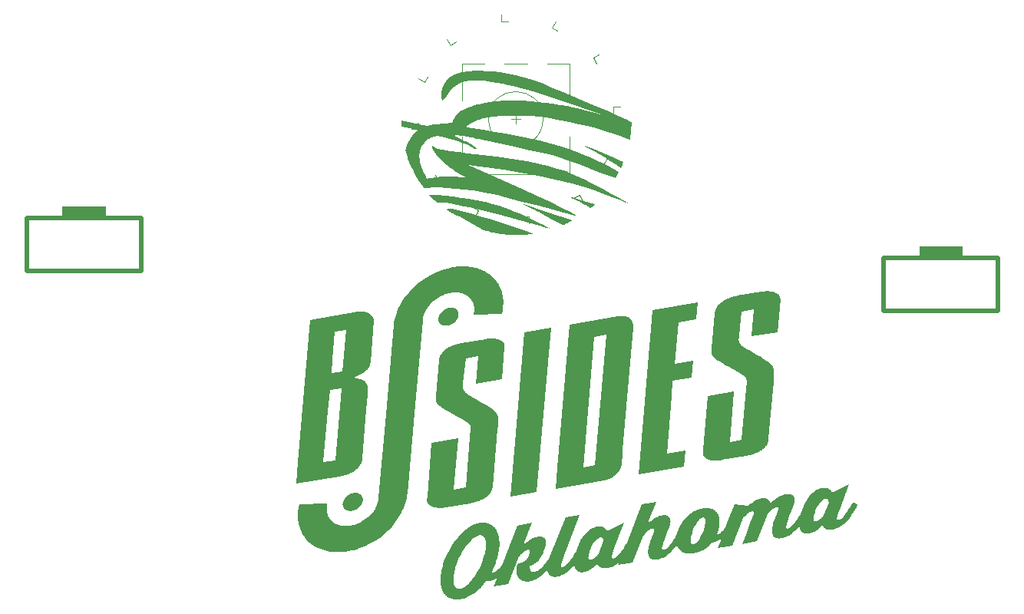
<source format=gbr>
%TF.GenerationSoftware,KiCad,Pcbnew,8.0.8*%
%TF.CreationDate,2025-02-28T01:53:59-06:00*%
%TF.ProjectId,B-Sides 2025,422d5369-6465-4732-9032-3032352e6b69,rev?*%
%TF.SameCoordinates,Original*%
%TF.FileFunction,Legend,Top*%
%TF.FilePolarity,Positive*%
%FSLAX46Y46*%
G04 Gerber Fmt 4.6, Leading zero omitted, Abs format (unit mm)*
G04 Created by KiCad (PCBNEW 8.0.8) date 2025-02-28 01:53:59*
%MOMM*%
%LPD*%
G01*
G04 APERTURE LIST*
%ADD10C,0.000000*%
%ADD11C,0.120000*%
%ADD12C,0.500000*%
%ADD13C,0.100000*%
G04 APERTURE END LIST*
D10*
G36*
X119013716Y-66535422D02*
G01*
X119618958Y-66877868D01*
X120222194Y-67225059D01*
X120824175Y-67576723D01*
X120496880Y-67430775D01*
X120168202Y-67289051D01*
X119838250Y-67151223D01*
X119507132Y-67016964D01*
X118841833Y-66757848D01*
X118173174Y-66509088D01*
X118173176Y-66509087D01*
X118173177Y-66509086D01*
X118173178Y-66509085D01*
X118173179Y-66509083D01*
X118173180Y-66509082D01*
X118173181Y-66509081D01*
X118173182Y-66509080D01*
X118173183Y-66509079D01*
X118173184Y-66509078D01*
X118173185Y-66509077D01*
X118173186Y-66509076D01*
X118173187Y-66509075D01*
X118173188Y-66509073D01*
X118173190Y-66509071D01*
X118232209Y-66431976D01*
X118290644Y-66354422D01*
X118348484Y-66276424D01*
X118405718Y-66197996D01*
X119013716Y-66535422D01*
G37*
G36*
X115346558Y-60945381D02*
G01*
X115487917Y-60995189D01*
X115628626Y-61045856D01*
X116225367Y-61268174D01*
X116816006Y-61497755D01*
X117400733Y-61734377D01*
X117979736Y-61977815D01*
X118553204Y-62227844D01*
X119121328Y-62484243D01*
X119684296Y-62746786D01*
X120242297Y-63015249D01*
X120189420Y-63165650D01*
X120134614Y-63315465D01*
X120077828Y-63464778D01*
X120019015Y-63613674D01*
X120015440Y-63620375D01*
X119428017Y-63237474D01*
X118833625Y-62862519D01*
X118231235Y-62496703D01*
X117619818Y-62141215D01*
X116998344Y-61797249D01*
X116365784Y-61465994D01*
X115721108Y-61148643D01*
X115063288Y-60846386D01*
X115346558Y-60945381D01*
G37*
G36*
X91394551Y-79469535D02*
G01*
X91454498Y-79471845D01*
X91513540Y-79475879D01*
X91571676Y-79481636D01*
X91628905Y-79489116D01*
X91685226Y-79498319D01*
X91740638Y-79509244D01*
X91795139Y-79521890D01*
X91848729Y-79536257D01*
X91901406Y-79552344D01*
X91953170Y-79570150D01*
X92004020Y-79589676D01*
X92053953Y-79610920D01*
X92102969Y-79633882D01*
X92151068Y-79658562D01*
X92198247Y-79684958D01*
X92258694Y-79721896D01*
X92315449Y-79759936D01*
X92368515Y-79799078D01*
X92417892Y-79839319D01*
X92463583Y-79880658D01*
X92505588Y-79923094D01*
X92543909Y-79966624D01*
X92578549Y-80011248D01*
X92609507Y-80056963D01*
X92636786Y-80103768D01*
X92660388Y-80151661D01*
X92680313Y-80200641D01*
X92696563Y-80250706D01*
X92709140Y-80301854D01*
X92718045Y-80354084D01*
X92723280Y-80407395D01*
X92358961Y-85066024D01*
X92351098Y-85135817D01*
X92339491Y-85204466D01*
X92324141Y-85271971D01*
X92305050Y-85338334D01*
X92282216Y-85403555D01*
X92255642Y-85467634D01*
X92225328Y-85530573D01*
X92191275Y-85592372D01*
X92153483Y-85653031D01*
X92111953Y-85712552D01*
X92066686Y-85770935D01*
X92017683Y-85828182D01*
X91964944Y-85884291D01*
X91908469Y-85939265D01*
X91848261Y-85993105D01*
X91784319Y-86045809D01*
X91717534Y-86097465D01*
X91648984Y-86148110D01*
X91506582Y-86246365D01*
X91357115Y-86340570D01*
X91200581Y-86430719D01*
X91036980Y-86516808D01*
X90866313Y-86598834D01*
X90688579Y-86676791D01*
X90503777Y-86750675D01*
X90660469Y-86793214D01*
X90821316Y-86835097D01*
X90986303Y-86876239D01*
X91155417Y-86916558D01*
X91197595Y-86926897D01*
X91238730Y-86937881D01*
X91278822Y-86949510D01*
X91317870Y-86961782D01*
X91355877Y-86974698D01*
X91392841Y-86988255D01*
X91428763Y-87002452D01*
X91463645Y-87017290D01*
X91497485Y-87032767D01*
X91530285Y-87048882D01*
X91562044Y-87065634D01*
X91592764Y-87083022D01*
X91622445Y-87101046D01*
X91651086Y-87119704D01*
X91678689Y-87138996D01*
X91705254Y-87158920D01*
X91730522Y-87182061D01*
X91754883Y-87205732D01*
X91778336Y-87229935D01*
X91800883Y-87254670D01*
X91822523Y-87279939D01*
X91843258Y-87305743D01*
X91863086Y-87332084D01*
X91882009Y-87358963D01*
X91900027Y-87386381D01*
X91917141Y-87414340D01*
X91933350Y-87442840D01*
X91948655Y-87471884D01*
X91963057Y-87501473D01*
X91976555Y-87531607D01*
X91989150Y-87562289D01*
X92000843Y-87593519D01*
X92011564Y-87625059D01*
X92021427Y-87656670D01*
X92030430Y-87688352D01*
X92038571Y-87720105D01*
X92045850Y-87751929D01*
X92052265Y-87783823D01*
X92057814Y-87815789D01*
X92062495Y-87847825D01*
X92066308Y-87879932D01*
X92069250Y-87912110D01*
X92071321Y-87944359D01*
X92072517Y-87976679D01*
X92072839Y-88009069D01*
X92072285Y-88041531D01*
X92070852Y-88074063D01*
X92068540Y-88106666D01*
X92020811Y-88711845D01*
X91967254Y-89481259D01*
X91902725Y-90378812D01*
X91822559Y-91367964D01*
X91639108Y-93529074D01*
X91452557Y-95720671D01*
X91442643Y-95807970D01*
X91427893Y-95893929D01*
X91408305Y-95978549D01*
X91383881Y-96061830D01*
X91354620Y-96143771D01*
X91320522Y-96224373D01*
X91281588Y-96303636D01*
X91237818Y-96381561D01*
X91189213Y-96458146D01*
X91135771Y-96533393D01*
X91077494Y-96607302D01*
X91014382Y-96679872D01*
X90946434Y-96751104D01*
X90873652Y-96820997D01*
X90796035Y-96889553D01*
X90713583Y-96956771D01*
X90626882Y-97022016D01*
X90536700Y-97084607D01*
X90443037Y-97144545D01*
X90345894Y-97201829D01*
X90245268Y-97256459D01*
X90141162Y-97308437D01*
X90033573Y-97357761D01*
X89922501Y-97404432D01*
X89807947Y-97448450D01*
X89689910Y-97489816D01*
X89568390Y-97528529D01*
X89443386Y-97564589D01*
X89314898Y-97597997D01*
X89182925Y-97628753D01*
X89047468Y-97656857D01*
X88908526Y-97682309D01*
X84148093Y-98497761D01*
X84350546Y-96117547D01*
X87171681Y-96117547D01*
X88490463Y-95891720D01*
X89167425Y-87930449D01*
X87880682Y-88151108D01*
X87679144Y-90523055D01*
X87171681Y-96117547D01*
X84350546Y-96117547D01*
X85185456Y-86301608D01*
X88038295Y-86301608D01*
X89292481Y-86086634D01*
X89682122Y-81502935D01*
X88427936Y-81717909D01*
X88168003Y-84773536D01*
X88038295Y-86301608D01*
X85185456Y-86301608D01*
X85687017Y-80404811D01*
X90994186Y-79495306D01*
X91038060Y-79489368D01*
X91081510Y-79484166D01*
X91124542Y-79479710D01*
X91167164Y-79476010D01*
X91209384Y-79473074D01*
X91251208Y-79470913D01*
X91292645Y-79469535D01*
X91333701Y-79468950D01*
X91394551Y-79469535D01*
G37*
G36*
X120217230Y-79962374D02*
G01*
X120286655Y-79966507D01*
X120353782Y-79973080D01*
X120418612Y-79982091D01*
X120481146Y-79993540D01*
X120541386Y-80007427D01*
X120599332Y-80023752D01*
X120654986Y-80042513D01*
X120708349Y-80063710D01*
X120759421Y-80087343D01*
X120808205Y-80113412D01*
X120854700Y-80141915D01*
X120898909Y-80172853D01*
X120940832Y-80206225D01*
X120980470Y-80242030D01*
X121029910Y-80292271D01*
X121075758Y-80344131D01*
X121118012Y-80397611D01*
X121156672Y-80452711D01*
X121191735Y-80509431D01*
X121223200Y-80567772D01*
X121251065Y-80627734D01*
X121275330Y-80689318D01*
X121295991Y-80752524D01*
X121313048Y-80817352D01*
X121326500Y-80883803D01*
X121336344Y-80951878D01*
X121342579Y-81021576D01*
X121345204Y-81092899D01*
X121344217Y-81165846D01*
X121339616Y-81240419D01*
X120188787Y-94770341D01*
X120171848Y-94980686D01*
X120157002Y-95189409D01*
X120144354Y-95396466D01*
X120134012Y-95601815D01*
X120128427Y-95704478D01*
X120121301Y-95807706D01*
X120112644Y-95911501D01*
X120102464Y-96015861D01*
X120090769Y-96120789D01*
X120077567Y-96226283D01*
X120062867Y-96332344D01*
X120046678Y-96438973D01*
X120035587Y-96500106D01*
X120020635Y-96561508D01*
X120001823Y-96623182D01*
X119979150Y-96685127D01*
X119952616Y-96747343D01*
X119922221Y-96809831D01*
X119887965Y-96872592D01*
X119849848Y-96935626D01*
X119807869Y-96998933D01*
X119762029Y-97062513D01*
X119712326Y-97126368D01*
X119658762Y-97190496D01*
X119601336Y-97254900D01*
X119540048Y-97319579D01*
X119474898Y-97384534D01*
X119405885Y-97449765D01*
X119334272Y-97513652D01*
X119261317Y-97574435D01*
X119187022Y-97632116D01*
X119111385Y-97686694D01*
X119034407Y-97738171D01*
X118956086Y-97786546D01*
X118876423Y-97831821D01*
X118795417Y-97873996D01*
X118713068Y-97913072D01*
X118629376Y-97949048D01*
X118544340Y-97981926D01*
X118457960Y-98011705D01*
X118370236Y-98038387D01*
X118281167Y-98061973D01*
X118190752Y-98082461D01*
X118098993Y-98099854D01*
X112759265Y-99015044D01*
X112960971Y-96643613D01*
X115845382Y-96643613D01*
X117132123Y-96423470D01*
X118356340Y-82029001D01*
X117069597Y-82249659D01*
X115845382Y-96643613D01*
X112960971Y-96643613D01*
X114298191Y-80922092D01*
X119637399Y-80006902D01*
X119695189Y-79997441D01*
X119751994Y-79989046D01*
X119807802Y-79981725D01*
X119862601Y-79975483D01*
X119916380Y-79970326D01*
X119969128Y-79966260D01*
X120020832Y-79963292D01*
X120071481Y-79961427D01*
X120145505Y-79960680D01*
X120217230Y-79962374D01*
G37*
G36*
X110717531Y-99364894D02*
G01*
X107790576Y-99866671D01*
X109329502Y-81773720D01*
X112256454Y-81271941D01*
X110717531Y-99364894D01*
G37*
G36*
X136159411Y-77234790D02*
G01*
X136219167Y-77236294D01*
X136278201Y-77238975D01*
X136336511Y-77242833D01*
X136394097Y-77247869D01*
X136450957Y-77254084D01*
X136507092Y-77261479D01*
X136562499Y-77270053D01*
X136617179Y-77279809D01*
X136671130Y-77290746D01*
X136724352Y-77302865D01*
X136776844Y-77316168D01*
X136828606Y-77330654D01*
X136879636Y-77346325D01*
X136929933Y-77363181D01*
X136979497Y-77381223D01*
X137055495Y-77412197D01*
X137126240Y-77445391D01*
X137191731Y-77480805D01*
X137251967Y-77518439D01*
X137280114Y-77538088D01*
X137306946Y-77558292D01*
X137332464Y-77579050D01*
X137356668Y-77600363D01*
X137379557Y-77622231D01*
X137401132Y-77644652D01*
X137421391Y-77667628D01*
X137440335Y-77691158D01*
X137457964Y-77715242D01*
X137474278Y-77739880D01*
X137489276Y-77765072D01*
X137502958Y-77790817D01*
X137515325Y-77817117D01*
X137526376Y-77843970D01*
X137536110Y-77871377D01*
X137544529Y-77899337D01*
X137551631Y-77927850D01*
X137557416Y-77956917D01*
X137561885Y-77986537D01*
X137565037Y-78016711D01*
X137566872Y-78047437D01*
X137567390Y-78078716D01*
X137566590Y-78110549D01*
X137564474Y-78142934D01*
X137258035Y-81741163D01*
X134395677Y-82232089D01*
X134651990Y-79216770D01*
X133269128Y-79453448D01*
X133009199Y-82132871D01*
X133002212Y-82220911D01*
X132996619Y-82304055D01*
X132992426Y-82382306D01*
X132989639Y-82455666D01*
X132988263Y-82524141D01*
X132988305Y-82587732D01*
X132989769Y-82646443D01*
X132992662Y-82700278D01*
X132994943Y-82725877D01*
X132998365Y-82751278D01*
X133002925Y-82776480D01*
X133008625Y-82801485D01*
X133015464Y-82826292D01*
X133023441Y-82850902D01*
X133032556Y-82875316D01*
X133042810Y-82899535D01*
X133054201Y-82923558D01*
X133066730Y-82947387D01*
X133080396Y-82971022D01*
X133095199Y-82994462D01*
X133111139Y-83017710D01*
X133128216Y-83040766D01*
X133146428Y-83063629D01*
X133165777Y-83086301D01*
X133186319Y-83109069D01*
X133208345Y-83132128D01*
X133231851Y-83155477D01*
X133256836Y-83179117D01*
X133311233Y-83227264D01*
X133371517Y-83276566D01*
X133437671Y-83327018D01*
X133509676Y-83378617D01*
X133587515Y-83431360D01*
X133671171Y-83485243D01*
X133863875Y-83604652D01*
X134096627Y-83744348D01*
X134369350Y-83904354D01*
X134681966Y-84084690D01*
X134894759Y-84202746D01*
X135094192Y-84315047D01*
X135280264Y-84421586D01*
X135452969Y-84522355D01*
X135612304Y-84617347D01*
X135758266Y-84706555D01*
X135890850Y-84789970D01*
X136010053Y-84867587D01*
X136065355Y-84905015D01*
X136118797Y-84942447D01*
X136170382Y-84979882D01*
X136220108Y-85017321D01*
X136267976Y-85054765D01*
X136313987Y-85092213D01*
X136358141Y-85129667D01*
X136400438Y-85167126D01*
X136440879Y-85204591D01*
X136479464Y-85242061D01*
X136516193Y-85279539D01*
X136551068Y-85317023D01*
X136584087Y-85354514D01*
X136615252Y-85392013D01*
X136644564Y-85429519D01*
X136672021Y-85467034D01*
X136697696Y-85504997D01*
X136721702Y-85543707D01*
X136744038Y-85583166D01*
X136764705Y-85623372D01*
X136783701Y-85664326D01*
X136801027Y-85706028D01*
X136816682Y-85748477D01*
X136830665Y-85791674D01*
X136842978Y-85835618D01*
X136853619Y-85880310D01*
X136862588Y-85925749D01*
X136869885Y-85971935D01*
X136875510Y-86018868D01*
X136879461Y-86066548D01*
X136881740Y-86114975D01*
X136882345Y-86164149D01*
X136877531Y-86381733D01*
X136865636Y-86637588D01*
X136846593Y-86931772D01*
X136820337Y-87264340D01*
X136340265Y-92536887D01*
X136254480Y-93541993D01*
X136244666Y-93629147D01*
X136230165Y-93714627D01*
X136210978Y-93798432D01*
X136187105Y-93880561D01*
X136158545Y-93961013D01*
X136125300Y-94039789D01*
X136087369Y-94116888D01*
X136044752Y-94192309D01*
X135997450Y-94266051D01*
X135945462Y-94338114D01*
X135888788Y-94408497D01*
X135827430Y-94477201D01*
X135761386Y-94544223D01*
X135690658Y-94609565D01*
X135615244Y-94673224D01*
X135535146Y-94735202D01*
X135450962Y-94795225D01*
X135363383Y-94852885D01*
X135272410Y-94908182D01*
X135178047Y-94961115D01*
X135080293Y-95011686D01*
X134979151Y-95059895D01*
X134874623Y-95105743D01*
X134766710Y-95149229D01*
X134655414Y-95190355D01*
X134540738Y-95229120D01*
X134422681Y-95265525D01*
X134301247Y-95299570D01*
X134176437Y-95331256D01*
X134048252Y-95360584D01*
X133916695Y-95387552D01*
X133781766Y-95412163D01*
X131112161Y-95869500D01*
X131004534Y-95886629D01*
X130898766Y-95900822D01*
X130794856Y-95912075D01*
X130692806Y-95920386D01*
X130592617Y-95925755D01*
X130494289Y-95928177D01*
X130397823Y-95927652D01*
X130303219Y-95924176D01*
X130210479Y-95917749D01*
X130119604Y-95908367D01*
X130030593Y-95896029D01*
X129943449Y-95880732D01*
X129858170Y-95862475D01*
X129774759Y-95841255D01*
X129693216Y-95817070D01*
X129613542Y-95789918D01*
X129537370Y-95760202D01*
X129466472Y-95728188D01*
X129400848Y-95693877D01*
X129340496Y-95657266D01*
X129312298Y-95638099D01*
X129285417Y-95618357D01*
X129259855Y-95598041D01*
X129235612Y-95577149D01*
X129212686Y-95555683D01*
X129191079Y-95533642D01*
X129170789Y-95511025D01*
X129151818Y-95487834D01*
X129134165Y-95464068D01*
X129117830Y-95439727D01*
X129102813Y-95414810D01*
X129089115Y-95389319D01*
X129076734Y-95363252D01*
X129065671Y-95336610D01*
X129055927Y-95309393D01*
X129047500Y-95281600D01*
X129040391Y-95253232D01*
X129034600Y-95224289D01*
X129030128Y-95194770D01*
X129026973Y-95164675D01*
X129025136Y-95134006D01*
X129024617Y-95102760D01*
X129025415Y-95070939D01*
X129027532Y-95038543D01*
X129054925Y-94716597D01*
X129527242Y-88791896D01*
X132454198Y-88290117D01*
X131977224Y-93899077D01*
X133328046Y-93667567D01*
X133774526Y-88044138D01*
X133839643Y-87279843D01*
X133842219Y-87245102D01*
X133843982Y-87211197D01*
X133844931Y-87178128D01*
X133845066Y-87145894D01*
X133844388Y-87114495D01*
X133842897Y-87083931D01*
X133840593Y-87054200D01*
X133837477Y-87025303D01*
X133833548Y-86997238D01*
X133828806Y-86970005D01*
X133823253Y-86943604D01*
X133816888Y-86918035D01*
X133809711Y-86893296D01*
X133801722Y-86869387D01*
X133792922Y-86846308D01*
X133783311Y-86824057D01*
X133772823Y-86802421D01*
X133761439Y-86781090D01*
X133749158Y-86760065D01*
X133735982Y-86739346D01*
X133721913Y-86718933D01*
X133706950Y-86698825D01*
X133691094Y-86679022D01*
X133674348Y-86659525D01*
X133656711Y-86640333D01*
X133638184Y-86621445D01*
X133618768Y-86602862D01*
X133598465Y-86584584D01*
X133577274Y-86566610D01*
X133555198Y-86548941D01*
X133532236Y-86531576D01*
X133508390Y-86514515D01*
X133456529Y-86479667D01*
X133398467Y-86442477D01*
X133334202Y-86402940D01*
X133263734Y-86361049D01*
X133187060Y-86316799D01*
X133104180Y-86270184D01*
X132919797Y-86169833D01*
X132391878Y-85876517D01*
X131928457Y-85616662D01*
X131529596Y-85390256D01*
X131195356Y-85197283D01*
X131049349Y-85110906D01*
X130913514Y-85027755D01*
X130787843Y-84947824D01*
X130672329Y-84871109D01*
X130566964Y-84797602D01*
X130471741Y-84727300D01*
X130386652Y-84660196D01*
X130347905Y-84627842D01*
X130311689Y-84596286D01*
X130277606Y-84565268D01*
X130245494Y-84534531D01*
X130215352Y-84504075D01*
X130187177Y-84473899D01*
X130160970Y-84444005D01*
X130136728Y-84414393D01*
X130114450Y-84385062D01*
X130094136Y-84356012D01*
X130075783Y-84327245D01*
X130059391Y-84298760D01*
X130044958Y-84270557D01*
X130032484Y-84242636D01*
X130021966Y-84214998D01*
X130013404Y-84187643D01*
X130006796Y-84160571D01*
X130002141Y-84133782D01*
X129995716Y-84078610D01*
X129991144Y-84019403D01*
X129988415Y-83956159D01*
X129987523Y-83888875D01*
X129988458Y-83817549D01*
X129991211Y-83742179D01*
X129995775Y-83662761D01*
X130002141Y-83579294D01*
X130337003Y-79638966D01*
X130346842Y-79551838D01*
X130361369Y-79466299D01*
X130380585Y-79382350D01*
X130404491Y-79299992D01*
X130433087Y-79219224D01*
X130466373Y-79140047D01*
X130504351Y-79062463D01*
X130547021Y-78986471D01*
X130594384Y-78912072D01*
X130646440Y-78839267D01*
X130703190Y-78768057D01*
X130764635Y-78698441D01*
X130830775Y-78630421D01*
X130901611Y-78563996D01*
X130977144Y-78499169D01*
X131057374Y-78435939D01*
X131141625Y-78374707D01*
X131229264Y-78315921D01*
X131320291Y-78259579D01*
X131414706Y-78205680D01*
X131512509Y-78154225D01*
X131613698Y-78105210D01*
X131718274Y-78058637D01*
X131826236Y-78014504D01*
X131937584Y-77972809D01*
X132052317Y-77933552D01*
X132170435Y-77896733D01*
X132291938Y-77862349D01*
X132416825Y-77830401D01*
X132545096Y-77800887D01*
X132676750Y-77773807D01*
X132811788Y-77749159D01*
X135481393Y-77291306D01*
X135562277Y-77278218D01*
X135642098Y-77266848D01*
X135720861Y-77257192D01*
X135798569Y-77249245D01*
X135875226Y-77243003D01*
X135950836Y-77238462D01*
X136025402Y-77235616D01*
X136098928Y-77234462D01*
X136098932Y-77234462D01*
X136159411Y-77234790D01*
G37*
G36*
X96287247Y-92073301D02*
G01*
X96315682Y-92081927D01*
X96372168Y-92099307D01*
X96345907Y-92109021D01*
X96332804Y-92113844D01*
X96319737Y-92118552D01*
X96289466Y-92091828D01*
X96274128Y-92078424D01*
X96258547Y-92065009D01*
X96287247Y-92073301D01*
G37*
G36*
X114546008Y-66884259D02*
G01*
X115180230Y-67074045D01*
X115816867Y-67259167D01*
X117091048Y-67627389D01*
X117015303Y-67705231D01*
X116938889Y-67782429D01*
X116861813Y-67858976D01*
X116784079Y-67934867D01*
X116715541Y-67986504D01*
X116646654Y-68037676D01*
X116123320Y-67746968D01*
X115858498Y-67604876D01*
X115591290Y-67465254D01*
X115321483Y-67328327D01*
X115048862Y-67194316D01*
X114773215Y-67063444D01*
X114494330Y-66935935D01*
X114499590Y-66930613D01*
X114504590Y-66925406D01*
X114509328Y-66920347D01*
X114513802Y-66915474D01*
X114529003Y-66898531D01*
X114532119Y-66895111D01*
X114534957Y-66892087D01*
X114537514Y-66889495D01*
X114539788Y-66887371D01*
X114540818Y-66886496D01*
X114541776Y-66885750D01*
X114542663Y-66885140D01*
X114543478Y-66884668D01*
X114544219Y-66884339D01*
X114544889Y-66884159D01*
X114545485Y-66884130D01*
X114546008Y-66884259D01*
G37*
G36*
X100957821Y-68118979D02*
G01*
X101068594Y-68128159D01*
X101290270Y-68145909D01*
X101400378Y-68156937D01*
X101509470Y-68171038D01*
X101563511Y-68179625D01*
X101617149Y-68189441D01*
X101670334Y-68200640D01*
X101723017Y-68213376D01*
X103764152Y-68760477D01*
X104778476Y-69049476D01*
X105788069Y-69350046D01*
X106792504Y-69663142D01*
X107791353Y-69989718D01*
X108784190Y-70330728D01*
X109770586Y-70687127D01*
X109907294Y-70739086D01*
X110043145Y-70792421D01*
X110178845Y-70845956D01*
X110315100Y-70898518D01*
X110274428Y-70907273D01*
X110049740Y-70937589D01*
X109824601Y-70963884D01*
X109599064Y-70986152D01*
X109373185Y-71004391D01*
X109147015Y-71018597D01*
X108920610Y-71028766D01*
X108694022Y-71034893D01*
X108467306Y-71036976D01*
X108240528Y-71034901D01*
X108013877Y-71028778D01*
X107787407Y-71018612D01*
X107561171Y-71004406D01*
X107335224Y-70986165D01*
X107109621Y-70963892D01*
X106884414Y-70937592D01*
X106659659Y-70907267D01*
X106435535Y-70873014D01*
X106212109Y-70834775D01*
X105989433Y-70792560D01*
X105767561Y-70746381D01*
X105546544Y-70696249D01*
X105326434Y-70642175D01*
X105107284Y-70584170D01*
X104889147Y-70522246D01*
X104856359Y-70510165D01*
X104823603Y-70497990D01*
X103655495Y-69822126D01*
X102485247Y-69148720D01*
X102424951Y-69114896D01*
X102363729Y-69082296D01*
X102238972Y-69020143D01*
X102111906Y-68961004D01*
X101983460Y-68903624D01*
X101726142Y-68789118D01*
X101599129Y-68729481D01*
X101474451Y-68666579D01*
X101429993Y-68642613D01*
X101386054Y-68617908D01*
X101299532Y-68566571D01*
X101214479Y-68513158D01*
X101130487Y-68458259D01*
X100964055Y-68346361D01*
X100880800Y-68290542D01*
X100796976Y-68235596D01*
X100822344Y-68171915D01*
X100847620Y-68107957D01*
X100957821Y-68118979D01*
G37*
G36*
X109288053Y-67659351D02*
G01*
X109295213Y-67660040D01*
X109302061Y-67661246D01*
X109305369Y-67662060D01*
X109308600Y-67663024D01*
X111975111Y-68527459D01*
X114636942Y-69400910D01*
X114527365Y-69465860D01*
X114417151Y-69529702D01*
X114306308Y-69592431D01*
X114194844Y-69654045D01*
X114082767Y-69714538D01*
X113970083Y-69773906D01*
X113856802Y-69832146D01*
X113742930Y-69889252D01*
X113661913Y-69919756D01*
X113580691Y-69949704D01*
X112370799Y-69301084D01*
X111767447Y-68974449D01*
X111167918Y-68642291D01*
X110928624Y-68512054D01*
X110684968Y-68387104D01*
X110437557Y-68266091D01*
X110186999Y-68147665D01*
X109678875Y-67913176D01*
X109165457Y-67672841D01*
X109176897Y-67671734D01*
X109187992Y-67670440D01*
X109209162Y-67667507D01*
X109247484Y-67661778D01*
X109256242Y-67660691D01*
X109264675Y-67659851D01*
X109272786Y-67659311D01*
X109280578Y-67659127D01*
X109288053Y-67659351D01*
G37*
G36*
X105681661Y-82447581D02*
G01*
X105681662Y-82447581D01*
X105681663Y-82447582D01*
X105681663Y-82447583D01*
X105742136Y-82447917D01*
X105801877Y-82449437D01*
X105860885Y-82452144D01*
X105919163Y-82456035D01*
X105976709Y-82461110D01*
X106033526Y-82467369D01*
X106089613Y-82474810D01*
X106144973Y-82483433D01*
X106199604Y-82493236D01*
X106253509Y-82504220D01*
X106306688Y-82516383D01*
X106359141Y-82529725D01*
X106410869Y-82544244D01*
X106461874Y-82559941D01*
X106512155Y-82576813D01*
X106561714Y-82594861D01*
X106637711Y-82625828D01*
X106708456Y-82659006D01*
X106773947Y-82694395D01*
X106834183Y-82731996D01*
X106862330Y-82751626D01*
X106889162Y-82771810D01*
X106914681Y-82792547D01*
X106938885Y-82813837D01*
X106961774Y-82835682D01*
X106983348Y-82858080D01*
X107003608Y-82881031D01*
X107022552Y-82904537D01*
X107040182Y-82928597D01*
X107056495Y-82953211D01*
X107071494Y-82978379D01*
X107085176Y-83004102D01*
X107097543Y-83030379D01*
X107108594Y-83057211D01*
X107118329Y-83084597D01*
X107126747Y-83112538D01*
X107133849Y-83141035D01*
X107139635Y-83170086D01*
X107144104Y-83199692D01*
X107147255Y-83229854D01*
X107149090Y-83260571D01*
X107149608Y-83291843D01*
X107148809Y-83323671D01*
X107146692Y-83356055D01*
X106840766Y-86954802D01*
X103977891Y-87445211D01*
X104234723Y-84429892D01*
X102851346Y-84667086D01*
X102591930Y-87345993D01*
X102584943Y-87434033D01*
X102579350Y-87517177D01*
X102575158Y-87595427D01*
X102572370Y-87668788D01*
X102570995Y-87737262D01*
X102571036Y-87800853D01*
X102572500Y-87859565D01*
X102575393Y-87913400D01*
X102577675Y-87939005D01*
X102581096Y-87964422D01*
X102585657Y-87989650D01*
X102591357Y-88014687D01*
X102598195Y-88039534D01*
X102606173Y-88064188D01*
X102615288Y-88088649D01*
X102625542Y-88112915D01*
X102636934Y-88136987D01*
X102649463Y-88160862D01*
X102663129Y-88184541D01*
X102677932Y-88208021D01*
X102693872Y-88231302D01*
X102710949Y-88254383D01*
X102729161Y-88277262D01*
X102748510Y-88299940D01*
X102769048Y-88322708D01*
X102791061Y-88345767D01*
X102814548Y-88369116D01*
X102839506Y-88392756D01*
X102893835Y-88440903D01*
X102954039Y-88490205D01*
X103020106Y-88540657D01*
X103092026Y-88592257D01*
X103169791Y-88644999D01*
X103253389Y-88698882D01*
X103446144Y-88818290D01*
X103678889Y-88957986D01*
X103951581Y-89117991D01*
X104264179Y-89298328D01*
X104676404Y-89528604D01*
X104862475Y-89635060D01*
X105035180Y-89735735D01*
X105194515Y-89830632D01*
X105340476Y-89919758D01*
X105473061Y-90003115D01*
X105592264Y-90080709D01*
X105647566Y-90118137D01*
X105701010Y-90155569D01*
X105752595Y-90193004D01*
X105802321Y-90230443D01*
X105850190Y-90267887D01*
X105896201Y-90305335D01*
X105940355Y-90342789D01*
X105982652Y-90380247D01*
X106023093Y-90417712D01*
X106061678Y-90455183D01*
X106098408Y-90492660D01*
X106133283Y-90530144D01*
X106166303Y-90567636D01*
X106197469Y-90605134D01*
X106226781Y-90642641D01*
X106254239Y-90680155D01*
X106279913Y-90718118D01*
X106303918Y-90756828D01*
X106326254Y-90796286D01*
X106346919Y-90836493D01*
X106365915Y-90877447D01*
X106383241Y-90919148D01*
X106398895Y-90961598D01*
X106412879Y-91004795D01*
X106425192Y-91048739D01*
X106435833Y-91093431D01*
X106444802Y-91138870D01*
X106452099Y-91185056D01*
X106457724Y-91231989D01*
X106461676Y-91279670D01*
X106463955Y-91328097D01*
X106464561Y-91377270D01*
X106459746Y-91594854D01*
X106447850Y-91850708D01*
X106428807Y-92144892D01*
X106402549Y-92477462D01*
X105922475Y-97750006D01*
X105837209Y-98755629D01*
X105827374Y-98842778D01*
X105812857Y-98928242D01*
X105793660Y-99012021D01*
X105769780Y-99094117D01*
X105741217Y-99174530D01*
X105707972Y-99253263D01*
X105670044Y-99330314D01*
X105627432Y-99405687D01*
X105580136Y-99479380D01*
X105528155Y-99551397D01*
X105471490Y-99621736D01*
X105410139Y-99690401D01*
X105344102Y-99757390D01*
X105273379Y-99822706D01*
X105197970Y-99886349D01*
X105117874Y-99948321D01*
X105033689Y-100008345D01*
X104946110Y-100066004D01*
X104855137Y-100121301D01*
X104760773Y-100174235D01*
X104663019Y-100224806D01*
X104561878Y-100273015D01*
X104457349Y-100318863D01*
X104349437Y-100362349D01*
X104238141Y-100403474D01*
X104123464Y-100442239D01*
X104005408Y-100478644D01*
X103883973Y-100512690D01*
X103759163Y-100544376D01*
X103630978Y-100573703D01*
X103499420Y-100600672D01*
X103364492Y-100625283D01*
X100694370Y-101083136D01*
X100586743Y-101100260D01*
X100480975Y-101114436D01*
X100377065Y-101125664D01*
X100275016Y-101133942D01*
X100174826Y-101139272D01*
X100076498Y-101141650D01*
X99980032Y-101141078D01*
X99885429Y-101137555D01*
X99792689Y-101131079D01*
X99701814Y-101121651D01*
X99612804Y-101109269D01*
X99525659Y-101093933D01*
X99440381Y-101075643D01*
X99356971Y-101054397D01*
X99275428Y-101030195D01*
X99195754Y-101003037D01*
X99119583Y-100973321D01*
X99048684Y-100941307D01*
X98983059Y-100906995D01*
X98922707Y-100870385D01*
X98894509Y-100851218D01*
X98867628Y-100831476D01*
X98842066Y-100811159D01*
X98817822Y-100790268D01*
X98794897Y-100768801D01*
X98773289Y-100746760D01*
X98753000Y-100724144D01*
X98734029Y-100700953D01*
X98716376Y-100677186D01*
X98700041Y-100652845D01*
X98685024Y-100627929D01*
X98671325Y-100602437D01*
X98658944Y-100576370D01*
X98647882Y-100549728D01*
X98638137Y-100522511D01*
X98629710Y-100494718D01*
X98622602Y-100466350D01*
X98616811Y-100437407D01*
X98612338Y-100407888D01*
X98609184Y-100377794D01*
X98607347Y-100347124D01*
X98606828Y-100315878D01*
X98607627Y-100284057D01*
X98609743Y-100251660D01*
X98637132Y-99929719D01*
X99109455Y-94005013D01*
X102036409Y-93503236D01*
X101559434Y-99112197D01*
X102910257Y-98880685D01*
X103356738Y-93257256D01*
X103421853Y-92492961D01*
X103424430Y-92458219D01*
X103426193Y-92424314D01*
X103427143Y-92391245D01*
X103427278Y-92359011D01*
X103426600Y-92327612D01*
X103425109Y-92297048D01*
X103422806Y-92267317D01*
X103419689Y-92238420D01*
X103415760Y-92210355D01*
X103411019Y-92183122D01*
X103405465Y-92156721D01*
X103399100Y-92131152D01*
X103391923Y-92106413D01*
X103383935Y-92082504D01*
X103375136Y-92059425D01*
X103365526Y-92037175D01*
X103355038Y-92015538D01*
X103343654Y-91994208D01*
X103331373Y-91973183D01*
X103318198Y-91952464D01*
X103304129Y-91932051D01*
X103289166Y-91911943D01*
X103273311Y-91892140D01*
X103256565Y-91872643D01*
X103238928Y-91853451D01*
X103220401Y-91834563D01*
X103200986Y-91815980D01*
X103180683Y-91797702D01*
X103159492Y-91779729D01*
X103137416Y-91762059D01*
X103114454Y-91744694D01*
X103090608Y-91727633D01*
X103038747Y-91692785D01*
X102980684Y-91655595D01*
X102916419Y-91616058D01*
X102845950Y-91574167D01*
X102769276Y-91529917D01*
X102686396Y-91483302D01*
X102502014Y-91382952D01*
X101974174Y-91089635D01*
X101510931Y-90829780D01*
X101112247Y-90603374D01*
X100778087Y-90410401D01*
X100632081Y-90324024D01*
X100496247Y-90240873D01*
X100370577Y-90160943D01*
X100255063Y-90084227D01*
X100149698Y-90010721D01*
X100054474Y-89940419D01*
X99969384Y-89873315D01*
X99930637Y-89840961D01*
X99894420Y-89809404D01*
X99860339Y-89778411D01*
X99828228Y-89747702D01*
X99798086Y-89717276D01*
X99769912Y-89687133D01*
X99743705Y-89657273D01*
X99719463Y-89627696D01*
X99697185Y-89598402D01*
X99676871Y-89569389D01*
X99658518Y-89540659D01*
X99642126Y-89512210D01*
X99627694Y-89484042D01*
X99615219Y-89456156D01*
X99604702Y-89428550D01*
X99596140Y-89401225D01*
X99589532Y-89374181D01*
X99584878Y-89347417D01*
X99578429Y-89292187D01*
X99573798Y-89232905D01*
X99570987Y-89169577D01*
X99569999Y-89102206D01*
X99570840Y-89030799D01*
X99573511Y-88955361D01*
X99578016Y-88875897D01*
X99584360Y-88792413D01*
X99919740Y-84852084D01*
X99929578Y-84764956D01*
X99944105Y-84679417D01*
X99963321Y-84595468D01*
X99987226Y-84513109D01*
X100015821Y-84432342D01*
X100049108Y-84353165D01*
X100087085Y-84275581D01*
X100129755Y-84199589D01*
X100177118Y-84125190D01*
X100229174Y-84052385D01*
X100285925Y-83981175D01*
X100347370Y-83911559D01*
X100413510Y-83843539D01*
X100484346Y-83777115D01*
X100559879Y-83712287D01*
X100640109Y-83649057D01*
X100724352Y-83587847D01*
X100811971Y-83529080D01*
X100902967Y-83472754D01*
X100997342Y-83418868D01*
X101095097Y-83367423D01*
X101196235Y-83318416D01*
X101300757Y-83271847D01*
X101408665Y-83227715D01*
X101519960Y-83186019D01*
X101634643Y-83146758D01*
X101752718Y-83109931D01*
X101874185Y-83075537D01*
X101999045Y-83043576D01*
X102127302Y-83014046D01*
X102258955Y-82986947D01*
X102394008Y-82962277D01*
X105063611Y-82504424D01*
X105144517Y-82491336D01*
X105224397Y-82479967D01*
X105303242Y-82470311D01*
X105381044Y-82462365D01*
X105457795Y-82456123D01*
X105533487Y-82451582D01*
X105608111Y-82448735D01*
X105681659Y-82447580D01*
X105681660Y-82447580D01*
X105681661Y-82447581D01*
G37*
G36*
X99724769Y-66651438D02*
G01*
X100609068Y-66716586D01*
X101489231Y-66805340D01*
X102365217Y-66918258D01*
X103236989Y-67055897D01*
X104104510Y-67218815D01*
X104967741Y-67407569D01*
X105826643Y-67622716D01*
X106209551Y-67729413D01*
X106588087Y-67843665D01*
X106962514Y-67965029D01*
X107333098Y-68093059D01*
X108063796Y-68367347D01*
X108782297Y-68662979D01*
X109490718Y-68976405D01*
X110191177Y-69304074D01*
X110885791Y-69642437D01*
X111576678Y-69987944D01*
X111735506Y-70067808D01*
X111814569Y-70108808D01*
X111892923Y-70151584D01*
X111970213Y-70196933D01*
X112008348Y-70220822D01*
X112046084Y-70245654D01*
X112083376Y-70271527D01*
X112120179Y-70298543D01*
X112156451Y-70326800D01*
X112192145Y-70356398D01*
X111458650Y-70145421D01*
X111091223Y-70041368D01*
X110722468Y-69940919D01*
X106715985Y-68862347D01*
X104707550Y-68339567D01*
X103699293Y-68091147D01*
X102687300Y-67854742D01*
X102318110Y-67772921D01*
X101945494Y-67695290D01*
X101569674Y-67623940D01*
X101190872Y-67560963D01*
X100809309Y-67508450D01*
X100425207Y-67468492D01*
X100038786Y-67443181D01*
X99844776Y-67436672D01*
X99650269Y-67434608D01*
X99548913Y-67340691D01*
X99448592Y-67245684D01*
X99349315Y-67149594D01*
X99251090Y-67052430D01*
X99153926Y-66954200D01*
X99057830Y-66854912D01*
X98962811Y-66754574D01*
X98868878Y-66653195D01*
X98852599Y-66631285D01*
X98836369Y-66609340D01*
X99724769Y-66651438D01*
G37*
G36*
X102896278Y-74500227D02*
G01*
X103142314Y-74518154D01*
X103383028Y-74546107D01*
X103618188Y-74583907D01*
X103847559Y-74631370D01*
X104070908Y-74688316D01*
X104288000Y-74754562D01*
X104498603Y-74829928D01*
X104702481Y-74914231D01*
X104899403Y-75007290D01*
X105089133Y-75108922D01*
X105271439Y-75218947D01*
X105446085Y-75337183D01*
X105612840Y-75463447D01*
X105771468Y-75597559D01*
X105921737Y-75739337D01*
X106063412Y-75888598D01*
X106196260Y-76045162D01*
X106320047Y-76208847D01*
X106434539Y-76379470D01*
X106539503Y-76556851D01*
X106634704Y-76740807D01*
X106719910Y-76931157D01*
X106794886Y-77127720D01*
X106859398Y-77330313D01*
X106913214Y-77538755D01*
X106956098Y-77752864D01*
X106987818Y-77972459D01*
X107008139Y-78197357D01*
X107016829Y-78427378D01*
X107013652Y-78662340D01*
X106998376Y-78902060D01*
X106987445Y-79011908D01*
X106974101Y-79121600D01*
X106958370Y-79231116D01*
X106940282Y-79340438D01*
X106919862Y-79449545D01*
X106897140Y-79558419D01*
X106872143Y-79667041D01*
X106844898Y-79775391D01*
X103773769Y-79845672D01*
X103808908Y-79448797D01*
X103816669Y-79319849D01*
X103817000Y-79193850D01*
X103810066Y-79070927D01*
X103796031Y-78951208D01*
X103775061Y-78834821D01*
X103747320Y-78721893D01*
X103712972Y-78612552D01*
X103672182Y-78506925D01*
X103625115Y-78405140D01*
X103571936Y-78307325D01*
X103512810Y-78213606D01*
X103447900Y-78124113D01*
X103377372Y-78038971D01*
X103301391Y-77958310D01*
X103220121Y-77882256D01*
X103133726Y-77810937D01*
X103042372Y-77744481D01*
X102946223Y-77683015D01*
X102845445Y-77626666D01*
X102740200Y-77575563D01*
X102630655Y-77529833D01*
X102516974Y-77489604D01*
X102399322Y-77455003D01*
X102277863Y-77426158D01*
X102152761Y-77403196D01*
X102024183Y-77386245D01*
X101892292Y-77375432D01*
X101757253Y-77370886D01*
X101619231Y-77372733D01*
X101478391Y-77381102D01*
X101334896Y-77396119D01*
X101188913Y-77417913D01*
X101042340Y-77446260D01*
X100897120Y-77480728D01*
X100753446Y-77521125D01*
X100611508Y-77567265D01*
X100471501Y-77618958D01*
X100333616Y-77676014D01*
X100198046Y-77738246D01*
X100064983Y-77805464D01*
X99807149Y-77954103D01*
X99561652Y-78120420D01*
X99330034Y-78302904D01*
X99113833Y-78500043D01*
X98914589Y-78710327D01*
X98733841Y-78932244D01*
X98650884Y-79047093D01*
X98573128Y-79164283D01*
X98500766Y-79283626D01*
X98433991Y-79404933D01*
X98372994Y-79528014D01*
X98317968Y-79652682D01*
X98269106Y-79778747D01*
X98226600Y-79906019D01*
X98190642Y-80034312D01*
X98161425Y-80163434D01*
X98139142Y-80293198D01*
X98123984Y-80423414D01*
X97706952Y-85137880D01*
X97706836Y-85137888D01*
X97706720Y-85137889D01*
X97706603Y-85137883D01*
X97706487Y-85137871D01*
X97706371Y-85137853D01*
X97706255Y-85137830D01*
X97706141Y-85137802D01*
X97706028Y-85137770D01*
X97705916Y-85137734D01*
X97705806Y-85137694D01*
X97705698Y-85137651D01*
X97705592Y-85137606D01*
X97705489Y-85137559D01*
X97705388Y-85137510D01*
X97705197Y-85137408D01*
X97705020Y-85137305D01*
X97704860Y-85137204D01*
X97704719Y-85137109D01*
X97704598Y-85137023D01*
X97704428Y-85136893D01*
X97704368Y-85136843D01*
X97299743Y-89715893D01*
X97301810Y-89715893D01*
X96432612Y-99543198D01*
X96400448Y-99819470D01*
X96353152Y-100094786D01*
X96291133Y-100368745D01*
X96214800Y-100640946D01*
X96124563Y-100910988D01*
X96020831Y-101178470D01*
X95904012Y-101442991D01*
X95774517Y-101704149D01*
X95479133Y-102214775D01*
X95137953Y-102707140D01*
X94754250Y-103178036D01*
X94331298Y-103624253D01*
X93872371Y-104042584D01*
X93380743Y-104429821D01*
X92859688Y-104782755D01*
X92312479Y-105098177D01*
X91742390Y-105372880D01*
X91152695Y-105603654D01*
X90851519Y-105701566D01*
X90546668Y-105787293D01*
X90238553Y-105860433D01*
X89927583Y-105920586D01*
X89617736Y-105966841D01*
X89313182Y-105998710D01*
X89014270Y-106016465D01*
X88721348Y-106020377D01*
X88434766Y-106010717D01*
X88154872Y-105987757D01*
X87882016Y-105951768D01*
X87616546Y-105903020D01*
X87358811Y-105841786D01*
X87109160Y-105768336D01*
X86867941Y-105682941D01*
X86635505Y-105585873D01*
X86412199Y-105477403D01*
X86198373Y-105357802D01*
X85994375Y-105227342D01*
X85800554Y-105086293D01*
X85617260Y-104934926D01*
X85444841Y-104773514D01*
X85283645Y-104602326D01*
X85134023Y-104421635D01*
X84996322Y-104231712D01*
X84870892Y-104032827D01*
X84758082Y-103825252D01*
X84658240Y-103609258D01*
X84571715Y-103385116D01*
X84498856Y-103153098D01*
X84440013Y-102913475D01*
X84395533Y-102666517D01*
X84365767Y-102412497D01*
X84351062Y-102151685D01*
X84351768Y-101884352D01*
X84368233Y-101610770D01*
X84379164Y-101500918D01*
X84392509Y-101391214D01*
X84408240Y-101281683D01*
X84426329Y-101172348D01*
X84446748Y-101063233D01*
X84469470Y-100954361D01*
X84494468Y-100845756D01*
X84521712Y-100737441D01*
X87592843Y-100667678D01*
X87557703Y-101064036D01*
X87549942Y-101192984D01*
X87549610Y-101318983D01*
X87556544Y-101441905D01*
X87570579Y-101561624D01*
X87591549Y-101678011D01*
X87619291Y-101790938D01*
X87653638Y-101900280D01*
X87694428Y-102005906D01*
X87741495Y-102107691D01*
X87794674Y-102205507D01*
X87853800Y-102299225D01*
X87918710Y-102388718D01*
X87989238Y-102473860D01*
X88065219Y-102554521D01*
X88146489Y-102630575D01*
X88232884Y-102701894D01*
X88324238Y-102768351D01*
X88420387Y-102829817D01*
X88521166Y-102886165D01*
X88626410Y-102937268D01*
X88735955Y-102982998D01*
X88849636Y-103023227D01*
X88967289Y-103057829D01*
X89088748Y-103086674D01*
X89213849Y-103109636D01*
X89342427Y-103126587D01*
X89474318Y-103137400D01*
X89609357Y-103141947D01*
X89747379Y-103140099D01*
X89888220Y-103131731D01*
X90031714Y-103116714D01*
X90177698Y-103094920D01*
X90324272Y-103066574D01*
X90469496Y-103032111D01*
X90613178Y-102991720D01*
X90755124Y-102945590D01*
X90895143Y-102893909D01*
X91033042Y-102836866D01*
X91168628Y-102774650D01*
X91301708Y-102707449D01*
X91559582Y-102558849D01*
X91805121Y-102392576D01*
X92036786Y-102210139D01*
X92253035Y-102013048D01*
X92452328Y-101802812D01*
X92633123Y-101580942D01*
X92716102Y-101466115D01*
X92793879Y-101348947D01*
X92866261Y-101229624D01*
X92933055Y-101108336D01*
X92994069Y-100985272D01*
X93049111Y-100860620D01*
X93097987Y-100734569D01*
X93140505Y-100607308D01*
X93176472Y-100479026D01*
X93205696Y-100349910D01*
X93227984Y-100220151D01*
X93243143Y-100089936D01*
X93660172Y-95375493D01*
X93660275Y-95375473D01*
X93660377Y-95375458D01*
X93660479Y-95375448D01*
X93660578Y-95375443D01*
X93660677Y-95375443D01*
X93660774Y-95375447D01*
X93660869Y-95375455D01*
X93660962Y-95375466D01*
X93661053Y-95375481D01*
X93661142Y-95375498D01*
X93661228Y-95375519D01*
X93661313Y-95375541D01*
X93661394Y-95375565D01*
X93661473Y-95375592D01*
X93661548Y-95375619D01*
X93661621Y-95375648D01*
X93661756Y-95375706D01*
X93661878Y-95375766D01*
X93661983Y-95375823D01*
X93662073Y-95375875D01*
X93662144Y-95375920D01*
X93662197Y-95375955D01*
X93662240Y-95375987D01*
X94067384Y-90796939D01*
X94064801Y-90797457D01*
X94933998Y-80970151D01*
X94966161Y-80693877D01*
X95013457Y-80418556D01*
X95075476Y-80144589D01*
X95151809Y-79872376D01*
X95242046Y-79602320D01*
X95345779Y-79334821D01*
X95462597Y-79070282D01*
X95592092Y-78809102D01*
X95887476Y-78298429D01*
X96228656Y-77806013D01*
X96612359Y-77335064D01*
X97035311Y-76888791D01*
X97494238Y-76470407D01*
X97985866Y-76083121D01*
X98506921Y-75730143D01*
X99054130Y-75414684D01*
X99624219Y-75139955D01*
X100213914Y-74909165D01*
X100515090Y-74811251D01*
X100819940Y-74725525D01*
X101128055Y-74652390D01*
X101439025Y-74592246D01*
X101594584Y-74567306D01*
X101748855Y-74546000D01*
X101901798Y-74528294D01*
X102053371Y-74514151D01*
X102203534Y-74503537D01*
X102352246Y-74496415D01*
X102499467Y-74492752D01*
X102645154Y-74492510D01*
X102896278Y-74500227D01*
G37*
G36*
X128307668Y-80304041D02*
G01*
X126313474Y-80645622D01*
X125918149Y-85289782D01*
X127944898Y-84942517D01*
X127792459Y-86731555D01*
X125701631Y-87089673D01*
X125585355Y-88833236D01*
X125044820Y-95186337D01*
X127103612Y-94833386D01*
X126954782Y-96582118D01*
X121969041Y-97436845D01*
X123507966Y-79343377D01*
X128461152Y-78494850D01*
X128307668Y-80304041D01*
G37*
G36*
X101311444Y-79040960D02*
G01*
X101356569Y-79044274D01*
X101400724Y-79049429D01*
X101443866Y-79056392D01*
X101485952Y-79065128D01*
X101526939Y-79075605D01*
X101566783Y-79087788D01*
X101605441Y-79101644D01*
X101642870Y-79117139D01*
X101679026Y-79134240D01*
X101713867Y-79152914D01*
X101747348Y-79173126D01*
X101779427Y-79194843D01*
X101810059Y-79218032D01*
X101839203Y-79242658D01*
X101866814Y-79268689D01*
X101892849Y-79296091D01*
X101917265Y-79324830D01*
X101940019Y-79354872D01*
X101961067Y-79386184D01*
X101980366Y-79418733D01*
X101997872Y-79452485D01*
X102013543Y-79487406D01*
X102027335Y-79523463D01*
X102039204Y-79560622D01*
X102049108Y-79598849D01*
X102057003Y-79638111D01*
X102062846Y-79678375D01*
X102066593Y-79719607D01*
X102068202Y-79761772D01*
X102067628Y-79804839D01*
X102064828Y-79848772D01*
X102058925Y-79899417D01*
X102050242Y-79949896D01*
X102038853Y-80000133D01*
X102024834Y-80050056D01*
X102008261Y-80099589D01*
X101989210Y-80148660D01*
X101967755Y-80197193D01*
X101943972Y-80245114D01*
X101889726Y-80338828D01*
X101827074Y-80429207D01*
X101756620Y-80515660D01*
X101678969Y-80597593D01*
X101594724Y-80674414D01*
X101504489Y-80745530D01*
X101408867Y-80810349D01*
X101308464Y-80868279D01*
X101203881Y-80918725D01*
X101095725Y-80961097D01*
X101040495Y-80979069D01*
X100984597Y-80994800D01*
X100928108Y-81008217D01*
X100871103Y-81019243D01*
X100814333Y-81027713D01*
X100758521Y-81033540D01*
X100703731Y-81036775D01*
X100650028Y-81037467D01*
X100597476Y-81035667D01*
X100546142Y-81031425D01*
X100496088Y-81024790D01*
X100447380Y-81015814D01*
X100400083Y-81004546D01*
X100354262Y-80991036D01*
X100309980Y-80975335D01*
X100267303Y-80957492D01*
X100226296Y-80937557D01*
X100187024Y-80915582D01*
X100149550Y-80891615D01*
X100113941Y-80865707D01*
X100080260Y-80837908D01*
X100048572Y-80808268D01*
X100018942Y-80776837D01*
X99991435Y-80743666D01*
X99966116Y-80708804D01*
X99943048Y-80672302D01*
X99922298Y-80634209D01*
X99903930Y-80594576D01*
X99888008Y-80553453D01*
X99874597Y-80510890D01*
X99863762Y-80466937D01*
X99855568Y-80421644D01*
X99850080Y-80375062D01*
X99847361Y-80327240D01*
X99847478Y-80278229D01*
X99850494Y-80228078D01*
X99856397Y-80177432D01*
X99865082Y-80126954D01*
X99876472Y-80076717D01*
X99890493Y-80026794D01*
X99907068Y-79977261D01*
X99926123Y-79928190D01*
X99947581Y-79879657D01*
X99971367Y-79831735D01*
X100025621Y-79738022D01*
X100088280Y-79647643D01*
X100158741Y-79561190D01*
X100236398Y-79479257D01*
X100320648Y-79402436D01*
X100410886Y-79331320D01*
X100506508Y-79266500D01*
X100606909Y-79208571D01*
X100711485Y-79158125D01*
X100819632Y-79115753D01*
X100874855Y-79097781D01*
X100930745Y-79082050D01*
X100987225Y-79068633D01*
X101044219Y-79057606D01*
X101072728Y-79053044D01*
X101101010Y-79049158D01*
X101129056Y-79045938D01*
X101156855Y-79043377D01*
X101184398Y-79041463D01*
X101211676Y-79040189D01*
X101238677Y-79039544D01*
X101265394Y-79039520D01*
X101311444Y-79040960D01*
G37*
G36*
X105218011Y-52960189D02*
G01*
X105920841Y-53008931D01*
X106685611Y-53094132D01*
X107507949Y-53222267D01*
X108383482Y-53399811D01*
X109307838Y-53633239D01*
X110276644Y-53929027D01*
X111285530Y-54293648D01*
X112330122Y-54733579D01*
X113379988Y-55198926D01*
X114430973Y-55650132D01*
X116531040Y-56530874D01*
X118619797Y-57417307D01*
X119656644Y-57875626D01*
X120686716Y-58350931D01*
X120802932Y-58406661D01*
X120918713Y-58463178D01*
X121150252Y-58576242D01*
X121146867Y-58772863D01*
X121140439Y-58969370D01*
X121130971Y-59165730D01*
X121118466Y-59361907D01*
X121102925Y-59557866D01*
X121084353Y-59753573D01*
X121062751Y-59948992D01*
X121038123Y-60144088D01*
X121020046Y-60231373D01*
X121001360Y-60318511D01*
X120982062Y-60405516D01*
X120962149Y-60492401D01*
X120047050Y-60166497D01*
X119122401Y-59857584D01*
X118188147Y-59565788D01*
X117244233Y-59291235D01*
X116290604Y-59034053D01*
X115327206Y-58794366D01*
X114353983Y-58572301D01*
X113370882Y-58367984D01*
X112571665Y-58222287D01*
X111769196Y-58100860D01*
X110963686Y-58004067D01*
X110155345Y-57932273D01*
X109344385Y-57885843D01*
X108531016Y-57865141D01*
X107715449Y-57870531D01*
X106897894Y-57902379D01*
X106510550Y-57927577D01*
X106124430Y-57961464D01*
X105740504Y-58006430D01*
X105359743Y-58064868D01*
X105170852Y-58099886D01*
X104983116Y-58139168D01*
X104796656Y-58183014D01*
X104611593Y-58231722D01*
X104428050Y-58285592D01*
X104246146Y-58344921D01*
X104066003Y-58410009D01*
X103887743Y-58481156D01*
X103825698Y-58508304D01*
X103764636Y-58537216D01*
X103704460Y-58567715D01*
X103645072Y-58599625D01*
X103586373Y-58632770D01*
X103528266Y-58666974D01*
X103413431Y-58737849D01*
X103186531Y-58884539D01*
X103072895Y-58957532D01*
X102958086Y-59028409D01*
X103007693Y-59140546D01*
X104826189Y-59442854D01*
X106075237Y-59648926D01*
X107320104Y-59867455D01*
X108559508Y-60103054D01*
X109792168Y-60360335D01*
X111016801Y-60643911D01*
X112232126Y-60958394D01*
X113436860Y-61308396D01*
X114629721Y-61698530D01*
X115307875Y-61945497D01*
X115973272Y-62210315D01*
X116626879Y-62491706D01*
X117269661Y-62788392D01*
X117902586Y-63099095D01*
X118526620Y-63422537D01*
X119142729Y-63757440D01*
X119751879Y-64102526D01*
X119662658Y-64275183D01*
X119570813Y-64446437D01*
X119476357Y-64616265D01*
X119379301Y-64784646D01*
X117486088Y-64041539D01*
X115586674Y-63309900D01*
X114627753Y-62964160D01*
X113659015Y-62640223D01*
X112677705Y-62344400D01*
X111681067Y-62083003D01*
X109941191Y-61679423D01*
X108194841Y-61296385D01*
X104697512Y-60545111D01*
X104399042Y-60476638D01*
X104101621Y-60405973D01*
X103803714Y-60338732D01*
X103654098Y-60308150D01*
X103503786Y-60280528D01*
X103051942Y-60207464D01*
X102598677Y-60140691D01*
X101690977Y-60012328D01*
X101661005Y-60120330D01*
X102286074Y-60421746D01*
X102596268Y-60575058D01*
X102749578Y-60654063D01*
X102901240Y-60735281D01*
X103046733Y-60816453D01*
X103190527Y-60899928D01*
X103332997Y-60985195D01*
X103474519Y-61071743D01*
X104038638Y-61420511D01*
X103979212Y-61515078D01*
X103969200Y-61515289D01*
X103958875Y-61515863D01*
X103937576Y-61517745D01*
X103915897Y-61520018D01*
X103894417Y-61521975D01*
X103883933Y-61522614D01*
X103873718Y-61522908D01*
X103863843Y-61522770D01*
X103854381Y-61522111D01*
X103845404Y-61520842D01*
X103841121Y-61519951D01*
X103836986Y-61518875D01*
X103833009Y-61517602D01*
X103829199Y-61516122D01*
X103825565Y-61514423D01*
X103822115Y-61512495D01*
X103608575Y-61387149D01*
X103391155Y-61269051D01*
X103170118Y-61157821D01*
X102945725Y-61053078D01*
X102718238Y-60954442D01*
X102487917Y-60861532D01*
X102255025Y-60773969D01*
X102019823Y-60691371D01*
X101543535Y-60539554D01*
X101061144Y-60403038D01*
X100574743Y-60278781D01*
X100086424Y-60163740D01*
X100019134Y-60149966D01*
X99952118Y-60139381D01*
X99885408Y-60131907D01*
X99819034Y-60127469D01*
X99753029Y-60125989D01*
X99687423Y-60127390D01*
X99622249Y-60131596D01*
X99557539Y-60138529D01*
X99493323Y-60148112D01*
X99429634Y-60160270D01*
X99366502Y-60174925D01*
X99303960Y-60192000D01*
X99242040Y-60211418D01*
X99180772Y-60233103D01*
X99060320Y-60282964D01*
X98942858Y-60340969D01*
X98828638Y-60406503D01*
X98717913Y-60478951D01*
X98610936Y-60557699D01*
X98507960Y-60642130D01*
X98409236Y-60731631D01*
X98315018Y-60825587D01*
X98225558Y-60923383D01*
X98147846Y-61018027D01*
X98078059Y-61114576D01*
X98015915Y-61212930D01*
X97961128Y-61312993D01*
X97913417Y-61414664D01*
X97872497Y-61517847D01*
X97838085Y-61622443D01*
X97809896Y-61728352D01*
X97787648Y-61835478D01*
X97771057Y-61943721D01*
X97759839Y-62052983D01*
X97753711Y-62163165D01*
X97752389Y-62274170D01*
X97755589Y-62385899D01*
X97763028Y-62498254D01*
X97774422Y-62611135D01*
X97794147Y-62756573D01*
X97819090Y-62900660D01*
X97849047Y-63043486D01*
X97883814Y-63185142D01*
X97923185Y-63325716D01*
X97966957Y-63465300D01*
X98014925Y-63603984D01*
X98066885Y-63741858D01*
X98122633Y-63879012D01*
X98181965Y-64015536D01*
X98244675Y-64151520D01*
X98310561Y-64287055D01*
X98451038Y-64557137D01*
X98601763Y-64826503D01*
X98866300Y-64776586D01*
X99131054Y-64733747D01*
X99396048Y-64697638D01*
X99661305Y-64667912D01*
X100192701Y-64626212D01*
X100725427Y-64605866D01*
X101259668Y-64604088D01*
X101795610Y-64618094D01*
X102333437Y-64645102D01*
X102873335Y-64682326D01*
X102850842Y-64667269D01*
X102828446Y-64651912D01*
X102783535Y-64620974D01*
X102760818Y-64605733D01*
X102737791Y-64590870D01*
X102714353Y-64576553D01*
X102690401Y-64562954D01*
X102243712Y-64313164D01*
X102024942Y-64183953D01*
X101809635Y-64051490D01*
X101598098Y-63915498D01*
X101390641Y-63775697D01*
X101187573Y-63631808D01*
X100989202Y-63483551D01*
X100795838Y-63330648D01*
X100607789Y-63172819D01*
X100425365Y-63009786D01*
X100248873Y-62841268D01*
X100078625Y-62666987D01*
X99914927Y-62486664D01*
X99758089Y-62300019D01*
X99608420Y-62106773D01*
X99549544Y-62025494D01*
X99492735Y-61942938D01*
X99437849Y-61859257D01*
X99384745Y-61774603D01*
X99333276Y-61689128D01*
X99283301Y-61602984D01*
X99234676Y-61516322D01*
X99187256Y-61429295D01*
X99183702Y-61422272D01*
X99180570Y-61415085D01*
X99177849Y-61407742D01*
X99175526Y-61400252D01*
X99173589Y-61392622D01*
X99172024Y-61384860D01*
X99169965Y-61368970D01*
X99169247Y-61352645D01*
X99169772Y-61335947D01*
X99171439Y-61318937D01*
X99174148Y-61301679D01*
X99177800Y-61284235D01*
X99182295Y-61266666D01*
X99187532Y-61249036D01*
X99193413Y-61231405D01*
X99199836Y-61213837D01*
X99206702Y-61196393D01*
X99221363Y-61162128D01*
X99276734Y-61216111D01*
X99334000Y-61265997D01*
X99393042Y-61311966D01*
X99453738Y-61354204D01*
X99515965Y-61392892D01*
X99579602Y-61428213D01*
X99644528Y-61460352D01*
X99710621Y-61489489D01*
X99777759Y-61515809D01*
X99845820Y-61539494D01*
X99914684Y-61560727D01*
X99984228Y-61579691D01*
X100054331Y-61596570D01*
X100124871Y-61611545D01*
X100195726Y-61624800D01*
X100266775Y-61636518D01*
X101186762Y-61776884D01*
X102108081Y-61912241D01*
X103031042Y-62038669D01*
X103955958Y-62152248D01*
X106244277Y-62419109D01*
X107385081Y-62565771D01*
X108521602Y-62730412D01*
X109652304Y-62919903D01*
X110775655Y-63141111D01*
X111890119Y-63400907D01*
X112443539Y-63547421D01*
X112994162Y-63706158D01*
X113314693Y-63806644D01*
X113631278Y-63913734D01*
X113944174Y-64026989D01*
X114253636Y-64145966D01*
X114863290Y-64399323D01*
X115462292Y-64670280D01*
X116052694Y-64955305D01*
X116636551Y-65250872D01*
X117792837Y-65859515D01*
X117946909Y-65942862D01*
X118099979Y-66027751D01*
X118405711Y-66198015D01*
X118348474Y-66276443D01*
X118290633Y-66354441D01*
X118232196Y-66431994D01*
X118173174Y-66509088D01*
X117274012Y-66192762D01*
X116368250Y-65896670D01*
X114538283Y-65360956D01*
X112685986Y-64893493D01*
X110814069Y-64485822D01*
X108925243Y-64129490D01*
X107022220Y-63816039D01*
X105107711Y-63537015D01*
X103184428Y-63283961D01*
X104670613Y-63992404D01*
X106174314Y-64672466D01*
X109202830Y-66000060D01*
X110711927Y-66673900D01*
X112207104Y-67371974D01*
X113680504Y-68107435D01*
X114406581Y-68493296D01*
X115124266Y-68893437D01*
X115059408Y-68887519D01*
X114994105Y-68882833D01*
X114863354Y-68873937D01*
X114798498Y-68868121D01*
X114734384Y-68860322D01*
X114702698Y-68855427D01*
X114671308Y-68849736D01*
X114640253Y-68843147D01*
X114609568Y-68835560D01*
X110929018Y-67842358D01*
X109087184Y-67349264D01*
X107240511Y-66869789D01*
X106347544Y-66653783D01*
X105449782Y-66459107D01*
X104547130Y-66286963D01*
X103639494Y-66138554D01*
X102726780Y-66015080D01*
X101808895Y-65917743D01*
X100885743Y-65847745D01*
X99957232Y-65806288D01*
X99746749Y-65801703D01*
X99537043Y-65800518D01*
X99328229Y-65803274D01*
X99120421Y-65810515D01*
X98913732Y-65822784D01*
X98708277Y-65840622D01*
X98504170Y-65864573D01*
X98301525Y-65895178D01*
X98167536Y-65725389D01*
X98036468Y-65553357D01*
X97908348Y-65379117D01*
X97783203Y-65202703D01*
X97662354Y-65010890D01*
X97544976Y-64816998D01*
X97431094Y-64621073D01*
X97320734Y-64423163D01*
X97213923Y-64223315D01*
X97110687Y-64021577D01*
X97011050Y-63817997D01*
X96915039Y-63612621D01*
X96822649Y-63405552D01*
X96733992Y-63196916D01*
X96649086Y-62986765D01*
X96567950Y-62775148D01*
X96490603Y-62562115D01*
X96417064Y-62347718D01*
X96347351Y-62132007D01*
X96281483Y-61915032D01*
X96255350Y-61797599D01*
X96230332Y-61679926D01*
X96258487Y-61522091D01*
X96294488Y-61367057D01*
X96338322Y-61214804D01*
X96389974Y-61065314D01*
X96449432Y-60918567D01*
X96516681Y-60774546D01*
X96591709Y-60633230D01*
X96674501Y-60494602D01*
X96765044Y-60358642D01*
X96863325Y-60225332D01*
X96969330Y-60094652D01*
X97083046Y-59966585D01*
X97204458Y-59841111D01*
X97333554Y-59718211D01*
X97470320Y-59597867D01*
X97614743Y-59480060D01*
X96716794Y-59293346D01*
X96269529Y-59204105D01*
X95823117Y-59118310D01*
X95805684Y-58931942D01*
X95790999Y-58745343D01*
X95779068Y-58558550D01*
X95769894Y-58371601D01*
X96178855Y-58457803D01*
X96586841Y-58549155D01*
X96993822Y-58645394D01*
X97399769Y-58746256D01*
X97891449Y-58871069D01*
X98013564Y-58898395D01*
X98135538Y-58922533D01*
X98257463Y-58942661D01*
X98379430Y-58957963D01*
X98501531Y-58967617D01*
X98623855Y-58970805D01*
X98746495Y-58966708D01*
X98869541Y-58954506D01*
X98993084Y-58933380D01*
X99117215Y-58902511D01*
X99242026Y-58861080D01*
X99304715Y-58836148D01*
X99367607Y-58808267D01*
X99373622Y-58805764D01*
X99379853Y-58803642D01*
X99386281Y-58801868D01*
X99392884Y-58800408D01*
X99399642Y-58799227D01*
X99406534Y-58798291D01*
X99413538Y-58797565D01*
X99420635Y-58797016D01*
X99478194Y-58794831D01*
X101374720Y-58657889D01*
X101424051Y-58512991D01*
X101477379Y-58376308D01*
X101535244Y-58247332D01*
X101598185Y-58125558D01*
X101666741Y-58010478D01*
X101741452Y-57901585D01*
X101822856Y-57798372D01*
X101911493Y-57700333D01*
X102007902Y-57606961D01*
X102112623Y-57517749D01*
X102226194Y-57432190D01*
X102349155Y-57349777D01*
X102482045Y-57270003D01*
X102625403Y-57192362D01*
X102779769Y-57116347D01*
X102945681Y-57041450D01*
X103029029Y-57006008D01*
X103113208Y-56971733D01*
X103198133Y-56938582D01*
X103283716Y-56906515D01*
X103369871Y-56875488D01*
X103456513Y-56845460D01*
X103543555Y-56816390D01*
X103630911Y-56788236D01*
X103862725Y-56718095D01*
X104095771Y-56653747D01*
X104329980Y-56594951D01*
X104565286Y-56541462D01*
X105038914Y-56449442D01*
X105516115Y-56375749D01*
X105996345Y-56318444D01*
X106479064Y-56275590D01*
X106963730Y-56245248D01*
X107449801Y-56225479D01*
X108295285Y-56213633D01*
X109137738Y-56229927D01*
X109977226Y-56272863D01*
X110813819Y-56340944D01*
X111647584Y-56432670D01*
X112478590Y-56546545D01*
X113306903Y-56681069D01*
X114132594Y-56834745D01*
X114635066Y-56936825D01*
X115135085Y-57043907D01*
X115632680Y-57155922D01*
X116127881Y-57272803D01*
X117111216Y-57520899D01*
X118085326Y-57787658D01*
X113122751Y-56100149D01*
X111874389Y-55697844D01*
X110618994Y-55313293D01*
X109354595Y-54951460D01*
X108079218Y-54617307D01*
X107514140Y-54480972D01*
X106947004Y-54354637D01*
X106377307Y-54241777D01*
X105804545Y-54145871D01*
X105228216Y-54070396D01*
X104938555Y-54041406D01*
X104647814Y-54018828D01*
X104355929Y-54003097D01*
X104062837Y-53994646D01*
X103768475Y-53993911D01*
X103472781Y-54001326D01*
X103287031Y-54012501D01*
X103106306Y-54031273D01*
X102930665Y-54057791D01*
X102760163Y-54092201D01*
X102594859Y-54134650D01*
X102434809Y-54185287D01*
X102280072Y-54244258D01*
X102130705Y-54311711D01*
X101986765Y-54387794D01*
X101848310Y-54472654D01*
X101715396Y-54566438D01*
X101588082Y-54669293D01*
X101526543Y-54724169D01*
X101466425Y-54781368D01*
X101407736Y-54840909D01*
X101350483Y-54902809D01*
X101240311Y-55033764D01*
X101135970Y-55174381D01*
X101042282Y-55303928D01*
X100944370Y-55431984D01*
X100842577Y-55559614D01*
X100737247Y-55687880D01*
X100517355Y-55950576D01*
X100403481Y-56087133D01*
X100287447Y-56228580D01*
X100271329Y-56176101D01*
X100255924Y-56128723D01*
X100228430Y-56046205D01*
X100216930Y-56009535D01*
X100211870Y-55992013D01*
X100207319Y-55974905D01*
X100203314Y-55958116D01*
X100199893Y-55941549D01*
X100197090Y-55925110D01*
X100194945Y-55908703D01*
X100183857Y-55784667D01*
X100178405Y-55661525D01*
X100178531Y-55539423D01*
X100184179Y-55418507D01*
X100195289Y-55298922D01*
X100211804Y-55180814D01*
X100233668Y-55064330D01*
X100260822Y-54949614D01*
X100293209Y-54836812D01*
X100330770Y-54726070D01*
X100373450Y-54617533D01*
X100421189Y-54511348D01*
X100473930Y-54407660D01*
X100531617Y-54306614D01*
X100594190Y-54208357D01*
X100661593Y-54113034D01*
X100733768Y-54020791D01*
X100810657Y-53931773D01*
X100892202Y-53846126D01*
X100978347Y-53763996D01*
X101069034Y-53685528D01*
X101164204Y-53610868D01*
X101263801Y-53540163D01*
X101367766Y-53473557D01*
X101476043Y-53411196D01*
X101588573Y-53353226D01*
X101705299Y-53299792D01*
X101826163Y-53251041D01*
X101951108Y-53207118D01*
X102080077Y-53168169D01*
X102213010Y-53134339D01*
X102349852Y-53105774D01*
X103113528Y-53000311D01*
X104015657Y-52946182D01*
X104581492Y-52941431D01*
X105218011Y-52960189D01*
G37*
G36*
X90762727Y-99476918D02*
G01*
X90807845Y-99480230D01*
X90851995Y-99485382D01*
X90895132Y-99492342D01*
X90937215Y-99501075D01*
X90978199Y-99511548D01*
X91018040Y-99523727D01*
X91056697Y-99537580D01*
X91094124Y-99553072D01*
X91130280Y-99570169D01*
X91165120Y-99588839D01*
X91198602Y-99609048D01*
X91230681Y-99630762D01*
X91261315Y-99653948D01*
X91290460Y-99678572D01*
X91318073Y-99704601D01*
X91344110Y-99732001D01*
X91368529Y-99760738D01*
X91391285Y-99790780D01*
X91412335Y-99822092D01*
X91431637Y-99854641D01*
X91449146Y-99888393D01*
X91464819Y-99923316D01*
X91478614Y-99959375D01*
X91490485Y-99996537D01*
X91500392Y-100034768D01*
X91508289Y-100074035D01*
X91514133Y-100114304D01*
X91517882Y-100155542D01*
X91519491Y-100197715D01*
X91518918Y-100240790D01*
X91516119Y-100284734D01*
X91510216Y-100335379D01*
X91501531Y-100385857D01*
X91490140Y-100436094D01*
X91476120Y-100486017D01*
X91459544Y-100535550D01*
X91440490Y-100584620D01*
X91419032Y-100633153D01*
X91395246Y-100681075D01*
X91340992Y-100774788D01*
X91278332Y-100865167D01*
X91207871Y-100951620D01*
X91130214Y-101033553D01*
X91045963Y-101110374D01*
X90955725Y-101181491D01*
X90860104Y-101246310D01*
X90759703Y-101304239D01*
X90655127Y-101354686D01*
X90546980Y-101397058D01*
X90491757Y-101415030D01*
X90435867Y-101430761D01*
X90379388Y-101444178D01*
X90322393Y-101455205D01*
X90265612Y-101463674D01*
X90209791Y-101469500D01*
X90154992Y-101472733D01*
X90101282Y-101473423D01*
X90048725Y-101471620D01*
X89997386Y-101467375D01*
X89947329Y-101460737D01*
X89898618Y-101451758D01*
X89851320Y-101440486D01*
X89805497Y-101426972D01*
X89761215Y-101411267D01*
X89718539Y-101393420D01*
X89677534Y-101373482D01*
X89638263Y-101351502D01*
X89600791Y-101327532D01*
X89565184Y-101301621D01*
X89531506Y-101273819D01*
X89499822Y-101244177D01*
X89470196Y-101212745D01*
X89442692Y-101179572D01*
X89417377Y-101144710D01*
X89394314Y-101108208D01*
X89373567Y-101070116D01*
X89355202Y-101030485D01*
X89339284Y-100989365D01*
X89325876Y-100946805D01*
X89315045Y-100902857D01*
X89306853Y-100857570D01*
X89301367Y-100810994D01*
X89298650Y-100763181D01*
X89298767Y-100714178D01*
X89301784Y-100664038D01*
X89307688Y-100613393D01*
X89316376Y-100562915D01*
X89327772Y-100512677D01*
X89341800Y-100462755D01*
X89358384Y-100413221D01*
X89377450Y-100364151D01*
X89398920Y-100315618D01*
X89422720Y-100267696D01*
X89477006Y-100173983D01*
X89539701Y-100083604D01*
X89610201Y-99997151D01*
X89687901Y-99915218D01*
X89772194Y-99838397D01*
X89862476Y-99767281D01*
X89958141Y-99702462D01*
X90058583Y-99644532D01*
X90163198Y-99594086D01*
X90271381Y-99551714D01*
X90326621Y-99533742D01*
X90382525Y-99518011D01*
X90439018Y-99504594D01*
X90496026Y-99493567D01*
X90524509Y-99489005D01*
X90552731Y-99485119D01*
X90580695Y-99481902D01*
X90608402Y-99479341D01*
X90635853Y-99477429D01*
X90663049Y-99476155D01*
X90689992Y-99475508D01*
X90716684Y-99475480D01*
X90762727Y-99476918D01*
G37*
G36*
X144085493Y-101328099D02*
G01*
X144047391Y-101428060D01*
X144012674Y-101522097D01*
X143981225Y-101610388D01*
X143952929Y-101693107D01*
X143927669Y-101770430D01*
X143905328Y-101842533D01*
X143885792Y-101909592D01*
X143868944Y-101971783D01*
X143854668Y-102029281D01*
X143842847Y-102082262D01*
X143833367Y-102130902D01*
X143826110Y-102175377D01*
X143820961Y-102215863D01*
X143817803Y-102252534D01*
X143816521Y-102285568D01*
X143816998Y-102315139D01*
X143819119Y-102341424D01*
X143822767Y-102364598D01*
X143827827Y-102384838D01*
X143834182Y-102402318D01*
X143841716Y-102417215D01*
X143850313Y-102429704D01*
X143859857Y-102439962D01*
X143870232Y-102448163D01*
X143881322Y-102454484D01*
X143893011Y-102459101D01*
X143905182Y-102462188D01*
X143917721Y-102463923D01*
X143930510Y-102464481D01*
X143943434Y-102464037D01*
X143956376Y-102462768D01*
X143969221Y-102460849D01*
X144034547Y-102443583D01*
X144105367Y-102413164D01*
X144181439Y-102369532D01*
X144262524Y-102312622D01*
X144348381Y-102242374D01*
X144438770Y-102158725D01*
X144533452Y-102061614D01*
X144632187Y-101950978D01*
X144734734Y-101826755D01*
X144840853Y-101688883D01*
X144950304Y-101537301D01*
X145062848Y-101371945D01*
X145178244Y-101192755D01*
X145296252Y-100999668D01*
X145416632Y-100792622D01*
X145539144Y-100571555D01*
X145558674Y-100570260D01*
X145578447Y-100569872D01*
X145598421Y-100570367D01*
X145618555Y-100571720D01*
X145638808Y-100573903D01*
X145659141Y-100576893D01*
X145679511Y-100580664D01*
X145699879Y-100585190D01*
X145720203Y-100590446D01*
X145740442Y-100596406D01*
X145760556Y-100603045D01*
X145780504Y-100610337D01*
X145819739Y-100626781D01*
X145857820Y-100645533D01*
X145894420Y-100666390D01*
X145929214Y-100689148D01*
X145961874Y-100713604D01*
X145977302Y-100726405D01*
X145992075Y-100739554D01*
X146006150Y-100753026D01*
X146019489Y-100766795D01*
X146032049Y-100780836D01*
X146043791Y-100795123D01*
X146054672Y-100809631D01*
X146064653Y-100824335D01*
X146073693Y-100839208D01*
X146081750Y-100854226D01*
X145947403Y-101098531D01*
X145808497Y-101338053D01*
X145664931Y-101571608D01*
X145516601Y-101798010D01*
X145363403Y-102016076D01*
X145205235Y-102224622D01*
X145041991Y-102422463D01*
X144873570Y-102608414D01*
X144699868Y-102781292D01*
X144520782Y-102939913D01*
X144336207Y-103083091D01*
X144241830Y-103148519D01*
X144146041Y-103209642D01*
X144048829Y-103266313D01*
X143950181Y-103318383D01*
X143850083Y-103365704D01*
X143748522Y-103408128D01*
X143645487Y-103445508D01*
X143540962Y-103477694D01*
X143434937Y-103504540D01*
X143327398Y-103525897D01*
X143237496Y-103539195D01*
X143152342Y-103547638D01*
X143071812Y-103551518D01*
X142995781Y-103551125D01*
X142924126Y-103546750D01*
X142856722Y-103538683D01*
X142793445Y-103527215D01*
X142734170Y-103512636D01*
X142678774Y-103495238D01*
X142627133Y-103475311D01*
X142579122Y-103453146D01*
X142534616Y-103429033D01*
X142493493Y-103403263D01*
X142455627Y-103376126D01*
X142420894Y-103347914D01*
X142389170Y-103318917D01*
X142360331Y-103289425D01*
X142334253Y-103259729D01*
X142310812Y-103230120D01*
X142289883Y-103200889D01*
X142271341Y-103172326D01*
X142255064Y-103144722D01*
X142228805Y-103093553D01*
X142210110Y-103049707D01*
X142197987Y-103015510D01*
X142189481Y-102985362D01*
X142075035Y-103119916D01*
X141940595Y-103260773D01*
X141856584Y-103341623D01*
X141762336Y-103426383D01*
X141658569Y-103512775D01*
X141546003Y-103598521D01*
X141425354Y-103681344D01*
X141297340Y-103758965D01*
X141162681Y-103829105D01*
X141093083Y-103860658D01*
X141022094Y-103889487D01*
X140949801Y-103915307D01*
X140876296Y-103937834D01*
X140801668Y-103956781D01*
X140726007Y-103971865D01*
X140665277Y-103980945D01*
X140606309Y-103987105D01*
X140549103Y-103990405D01*
X140493660Y-103990906D01*
X140439981Y-103988669D01*
X140388064Y-103983752D01*
X140337911Y-103976216D01*
X140289522Y-103966121D01*
X140242898Y-103953528D01*
X140198039Y-103938496D01*
X140154944Y-103921085D01*
X140113616Y-103901356D01*
X140074053Y-103879369D01*
X140036257Y-103855184D01*
X140000227Y-103828860D01*
X139965964Y-103800459D01*
X139933469Y-103770040D01*
X139902741Y-103737663D01*
X139873782Y-103703389D01*
X139846591Y-103667277D01*
X139821169Y-103629387D01*
X139797516Y-103589780D01*
X139775632Y-103548517D01*
X139755519Y-103505656D01*
X139737176Y-103461258D01*
X139720603Y-103415383D01*
X139705802Y-103368091D01*
X139692772Y-103319443D01*
X139681513Y-103269499D01*
X139672027Y-103218318D01*
X139658372Y-103112487D01*
X139554303Y-103245234D01*
X139448174Y-103373106D01*
X139339947Y-103495807D01*
X139229587Y-103613043D01*
X139117057Y-103724517D01*
X139002322Y-103829934D01*
X138885344Y-103929000D01*
X138766088Y-104021419D01*
X138644517Y-104106896D01*
X138520596Y-104185134D01*
X138394288Y-104255841D01*
X138265556Y-104318719D01*
X138134365Y-104373473D01*
X138000678Y-104419809D01*
X137864459Y-104457432D01*
X137725671Y-104486045D01*
X137545187Y-104508040D01*
X137460596Y-104511355D01*
X137379870Y-104509524D01*
X137303082Y-104502526D01*
X137230304Y-104490343D01*
X137161610Y-104472955D01*
X137097073Y-104450343D01*
X137036766Y-104422487D01*
X136980762Y-104389369D01*
X136929134Y-104350969D01*
X136881955Y-104307268D01*
X136839298Y-104258247D01*
X136801237Y-104203885D01*
X136767843Y-104144165D01*
X136739191Y-104079066D01*
X136715352Y-104008570D01*
X136696401Y-103932657D01*
X136682410Y-103851308D01*
X136673453Y-103764504D01*
X136669602Y-103672225D01*
X136670930Y-103574452D01*
X136677511Y-103471165D01*
X136689417Y-103362347D01*
X136729498Y-103128035D01*
X136791757Y-102871361D01*
X136876778Y-102592173D01*
X136985147Y-102290314D01*
X137038888Y-102142003D01*
X137160897Y-101824233D01*
X137214508Y-101682180D01*
X137261390Y-101553442D01*
X137300193Y-101439588D01*
X137316144Y-101388734D01*
X137329568Y-101342190D01*
X137340298Y-101300153D01*
X137348164Y-101262818D01*
X137352998Y-101230382D01*
X137354631Y-101203042D01*
X137354340Y-101192591D01*
X137353478Y-101182496D01*
X137352057Y-101172761D01*
X137350092Y-101163389D01*
X137347594Y-101154380D01*
X137344579Y-101145739D01*
X137341059Y-101137468D01*
X137337047Y-101129568D01*
X137332558Y-101122044D01*
X137327604Y-101114897D01*
X137322199Y-101108130D01*
X137316356Y-101101745D01*
X137310090Y-101095746D01*
X137303412Y-101090134D01*
X137296337Y-101084913D01*
X137288879Y-101080084D01*
X137281050Y-101075651D01*
X137272864Y-101071616D01*
X137264334Y-101067981D01*
X137255474Y-101064750D01*
X137246297Y-101061924D01*
X137236817Y-101059506D01*
X137227048Y-101057499D01*
X137217001Y-101055906D01*
X137196133Y-101053969D01*
X137174320Y-101053717D01*
X137151670Y-101055170D01*
X137128290Y-101058348D01*
X137083857Y-101068310D01*
X137035526Y-101083625D01*
X136983613Y-101104230D01*
X136928434Y-101130060D01*
X136870306Y-101161051D01*
X136809545Y-101197139D01*
X136746468Y-101238259D01*
X136681393Y-101284347D01*
X136614634Y-101335339D01*
X136546509Y-101391171D01*
X136477335Y-101451778D01*
X136407427Y-101517096D01*
X136337103Y-101587061D01*
X136266679Y-101661608D01*
X136196472Y-101740673D01*
X136126798Y-101824193D01*
X134963048Y-104846230D01*
X133346090Y-105123215D01*
X133844529Y-103853812D01*
X134330011Y-102606059D01*
X134447212Y-102300050D01*
X134500608Y-102158235D01*
X134548208Y-102027122D01*
X134588267Y-101909143D01*
X134604924Y-101855837D01*
X134619041Y-101806727D01*
X134630400Y-101762115D01*
X134638784Y-101722307D01*
X134643975Y-101687604D01*
X134645753Y-101658313D01*
X134645453Y-101648711D01*
X134644582Y-101639409D01*
X134643153Y-101630412D01*
X134641175Y-101621724D01*
X134638662Y-101613351D01*
X134635624Y-101605297D01*
X134632073Y-101597567D01*
X134628020Y-101590166D01*
X134623477Y-101583099D01*
X134618455Y-101576371D01*
X134612966Y-101569986D01*
X134607022Y-101563951D01*
X134600633Y-101558268D01*
X134593811Y-101552944D01*
X134586569Y-101547983D01*
X134578916Y-101543390D01*
X134570865Y-101539171D01*
X134562427Y-101535329D01*
X134553614Y-101531870D01*
X134544437Y-101528798D01*
X134525038Y-101523838D01*
X134504320Y-101520487D01*
X134482377Y-101518784D01*
X134459300Y-101518768D01*
X134435181Y-101520479D01*
X134410112Y-101523955D01*
X134368933Y-101533255D01*
X134323227Y-101547872D01*
X134273364Y-101567800D01*
X134219716Y-101593034D01*
X134162654Y-101623567D01*
X134102550Y-101659392D01*
X134039775Y-101700504D01*
X133974699Y-101746896D01*
X133907696Y-101798561D01*
X133839134Y-101855495D01*
X133769387Y-101917690D01*
X133698825Y-101985140D01*
X133627820Y-102057839D01*
X133556743Y-102135781D01*
X133485965Y-102218959D01*
X133415857Y-102307368D01*
X132242803Y-105312352D01*
X130644971Y-105586234D01*
X131048566Y-104547021D01*
X130988235Y-104586495D01*
X130927216Y-104624393D01*
X130865528Y-104660673D01*
X130803194Y-104695292D01*
X130740234Y-104728211D01*
X130676670Y-104759386D01*
X130612523Y-104788777D01*
X130547814Y-104816341D01*
X130482564Y-104842038D01*
X130416795Y-104865825D01*
X130350527Y-104887661D01*
X130283782Y-104907504D01*
X130216581Y-104925312D01*
X130148945Y-104941045D01*
X130080895Y-104954661D01*
X130012453Y-104966117D01*
X129922240Y-105071874D01*
X129827542Y-105174834D01*
X129728364Y-105274684D01*
X129624711Y-105371111D01*
X129516589Y-105463802D01*
X129404003Y-105552446D01*
X129286957Y-105636729D01*
X129165459Y-105716338D01*
X129039511Y-105790961D01*
X128909120Y-105860285D01*
X128774292Y-105923997D01*
X128635030Y-105981785D01*
X128491341Y-106033336D01*
X128343230Y-106078337D01*
X128190702Y-106116475D01*
X128033761Y-106147439D01*
X127936757Y-106162528D01*
X127842225Y-106174174D01*
X127750169Y-106182426D01*
X127660594Y-106187333D01*
X127573504Y-106188945D01*
X127488905Y-106187311D01*
X127406801Y-106182482D01*
X127327197Y-106174506D01*
X127250096Y-106163434D01*
X127175505Y-106149314D01*
X127103427Y-106132197D01*
X127033866Y-106112133D01*
X126966829Y-106089170D01*
X126902319Y-106063358D01*
X126840341Y-106034747D01*
X126780899Y-106003387D01*
X126723999Y-105969327D01*
X126669644Y-105932617D01*
X126617840Y-105893306D01*
X126568590Y-105851444D01*
X126521901Y-105807080D01*
X126477776Y-105760265D01*
X126436219Y-105711047D01*
X126397237Y-105659477D01*
X126360832Y-105605603D01*
X126327011Y-105549476D01*
X126295776Y-105491146D01*
X126267134Y-105430661D01*
X126241089Y-105368071D01*
X126217645Y-105303426D01*
X126196806Y-105236776D01*
X126178579Y-105168170D01*
X126064675Y-105329641D01*
X125948349Y-105485283D01*
X125829528Y-105634708D01*
X125708136Y-105777525D01*
X125584098Y-105913345D01*
X125457340Y-106041779D01*
X125327787Y-106162437D01*
X125195363Y-106274931D01*
X125059994Y-106378871D01*
X124921606Y-106473867D01*
X124780123Y-106559529D01*
X124635471Y-106635470D01*
X124487575Y-106701299D01*
X124336359Y-106756627D01*
X124181750Y-106801064D01*
X124023672Y-106834222D01*
X123930823Y-106847809D01*
X123841988Y-106856049D01*
X123757218Y-106858947D01*
X123676564Y-106856507D01*
X123600078Y-106848731D01*
X123527812Y-106835624D01*
X123459817Y-106817189D01*
X123396144Y-106793431D01*
X123336846Y-106764353D01*
X123281972Y-106729959D01*
X123231576Y-106690252D01*
X123185709Y-106645237D01*
X123144421Y-106594916D01*
X123107765Y-106539295D01*
X123075792Y-106478376D01*
X123048553Y-106412164D01*
X123026100Y-106340661D01*
X123008485Y-106263873D01*
X122995759Y-106181802D01*
X122987973Y-106094453D01*
X122985180Y-106001829D01*
X122987429Y-105903934D01*
X123007266Y-105692346D01*
X123047894Y-105459719D01*
X123109726Y-105206083D01*
X123193174Y-104931468D01*
X123298650Y-104635905D01*
X123361696Y-104486041D01*
X123488088Y-104156631D01*
X123542200Y-104014108D01*
X123588842Y-103887164D01*
X123626954Y-103776395D01*
X123642480Y-103727262D01*
X123655476Y-103682396D01*
X123665810Y-103641870D01*
X123673348Y-103605760D01*
X123677959Y-103574139D01*
X123679510Y-103547082D01*
X123679219Y-103536639D01*
X123678352Y-103526549D01*
X123676920Y-103516814D01*
X123674933Y-103507438D01*
X123672400Y-103498425D01*
X123669332Y-103489777D01*
X123665738Y-103481500D01*
X123661628Y-103473595D01*
X123657012Y-103466067D01*
X123651900Y-103458919D01*
X123646302Y-103452155D01*
X123640228Y-103445778D01*
X123633688Y-103439792D01*
X123626691Y-103434200D01*
X123619249Y-103429005D01*
X123611370Y-103424212D01*
X123603064Y-103419824D01*
X123594342Y-103415844D01*
X123585213Y-103412276D01*
X123575688Y-103409124D01*
X123565775Y-103406390D01*
X123555486Y-103404078D01*
X123533817Y-103400737D01*
X123510760Y-103399127D01*
X123486394Y-103399278D01*
X123460798Y-103401216D01*
X123434053Y-103404971D01*
X123392876Y-103414292D01*
X123347178Y-103428918D01*
X123297334Y-103448828D01*
X123243715Y-103474001D01*
X123186697Y-103504417D01*
X123126652Y-103540055D01*
X123063953Y-103580895D01*
X122998974Y-103626915D01*
X122932088Y-103678094D01*
X122863669Y-103734413D01*
X122794089Y-103795850D01*
X122723723Y-103862385D01*
X122652943Y-103933996D01*
X122582124Y-104010663D01*
X122511637Y-104092366D01*
X122441858Y-104179084D01*
X121268804Y-107193368D01*
X119668901Y-107467255D01*
X119814626Y-107091565D01*
X119740175Y-107157313D01*
X119664762Y-107220431D01*
X119588382Y-107280834D01*
X119511026Y-107338438D01*
X119432688Y-107393156D01*
X119353361Y-107444905D01*
X119273037Y-107493600D01*
X119191710Y-107539156D01*
X119109372Y-107581487D01*
X119026017Y-107620510D01*
X118941637Y-107656140D01*
X118856225Y-107688291D01*
X118769774Y-107716879D01*
X118682277Y-107741819D01*
X118593727Y-107763026D01*
X118504117Y-107780415D01*
X118414205Y-107793713D01*
X118329041Y-107802157D01*
X118248503Y-107806036D01*
X118172466Y-107805643D01*
X118100805Y-107801268D01*
X118033396Y-107793201D01*
X117970115Y-107781733D01*
X117910838Y-107767154D01*
X117855441Y-107749756D01*
X117803799Y-107729829D01*
X117755787Y-107707663D01*
X117711282Y-107683550D01*
X117670160Y-107657780D01*
X117632295Y-107630643D01*
X117597565Y-107602431D01*
X117565844Y-107573433D01*
X117537008Y-107543941D01*
X117510934Y-107514245D01*
X117487496Y-107484637D01*
X117466570Y-107455405D01*
X117448033Y-107426842D01*
X117431759Y-107399238D01*
X117405507Y-107348068D01*
X117386819Y-107304222D01*
X117374702Y-107270025D01*
X117366201Y-107239876D01*
X117251755Y-107374432D01*
X117117315Y-107515289D01*
X117033304Y-107596139D01*
X116939056Y-107680899D01*
X116835290Y-107767291D01*
X116722723Y-107853038D01*
X116602074Y-107935860D01*
X116474060Y-108013481D01*
X116339400Y-108083621D01*
X116269802Y-108115174D01*
X116198812Y-108144003D01*
X116126519Y-108169823D01*
X116053013Y-108192349D01*
X115978385Y-108211296D01*
X115902723Y-108226380D01*
X115841993Y-108235460D01*
X115783026Y-108241619D01*
X115725821Y-108244918D01*
X115670378Y-108245418D01*
X115616698Y-108243177D01*
X115564782Y-108238258D01*
X115514629Y-108230719D01*
X115466240Y-108220621D01*
X115419616Y-108208024D01*
X115374757Y-108192988D01*
X115331662Y-108175574D01*
X115290334Y-108155841D01*
X115250771Y-108133850D01*
X115212974Y-108109661D01*
X115176944Y-108083334D01*
X115142681Y-108054929D01*
X115110186Y-108024507D01*
X115079458Y-107992128D01*
X115050499Y-107957852D01*
X115023307Y-107921738D01*
X114997885Y-107883848D01*
X114974232Y-107844241D01*
X114952348Y-107802978D01*
X114932235Y-107760119D01*
X114913891Y-107715723D01*
X114897319Y-107669852D01*
X114882517Y-107622565D01*
X114869487Y-107573923D01*
X114858229Y-107523985D01*
X114848743Y-107472812D01*
X114835088Y-107367001D01*
X114731362Y-107497838D01*
X114625578Y-107624282D01*
X114517789Y-107745973D01*
X114408049Y-107862550D01*
X114296411Y-107973651D01*
X114182926Y-108078917D01*
X114067649Y-108177986D01*
X113950632Y-108270499D01*
X113831927Y-108356094D01*
X113711589Y-108434410D01*
X113589669Y-108505087D01*
X113466221Y-108567764D01*
X113341297Y-108622081D01*
X113214951Y-108667676D01*
X113087235Y-108704189D01*
X112958202Y-108731259D01*
X112905340Y-108739414D01*
X112853128Y-108745660D01*
X112801622Y-108749976D01*
X112750881Y-108752340D01*
X112700962Y-108752732D01*
X112651921Y-108751129D01*
X112603816Y-108747510D01*
X112556705Y-108741855D01*
X112510644Y-108734141D01*
X112465691Y-108724348D01*
X112421904Y-108712453D01*
X112379339Y-108698437D01*
X112338054Y-108682277D01*
X112298106Y-108663952D01*
X112259552Y-108643440D01*
X112222450Y-108620722D01*
X112186857Y-108595774D01*
X112152830Y-108568576D01*
X112120427Y-108539106D01*
X112089705Y-108507343D01*
X112060720Y-108473266D01*
X112033532Y-108436854D01*
X112008196Y-108398084D01*
X111984769Y-108356936D01*
X111963311Y-108313389D01*
X111943876Y-108267421D01*
X111926524Y-108219010D01*
X111911311Y-108168136D01*
X111898294Y-108114777D01*
X111887531Y-108058911D01*
X111879079Y-108000518D01*
X111872995Y-107939576D01*
X111768489Y-108057886D01*
X111661175Y-108173671D01*
X111551206Y-108286425D01*
X111438737Y-108395644D01*
X111323920Y-108500821D01*
X111206911Y-108601451D01*
X111087864Y-108697029D01*
X110966932Y-108787049D01*
X110844269Y-108871005D01*
X110720030Y-108948393D01*
X110594369Y-109018707D01*
X110467439Y-109081441D01*
X110339394Y-109136090D01*
X110210389Y-109182149D01*
X110080578Y-109219111D01*
X109950115Y-109246472D01*
X109872447Y-109258017D01*
X109795440Y-109265935D01*
X109719227Y-109270230D01*
X109643942Y-109270903D01*
X109569721Y-109267956D01*
X109496698Y-109261391D01*
X109425006Y-109251212D01*
X109354781Y-109237418D01*
X109286156Y-109220014D01*
X109219267Y-109199001D01*
X109154247Y-109174381D01*
X109091231Y-109146156D01*
X109030353Y-109114328D01*
X108971749Y-109078900D01*
X108915551Y-109039874D01*
X108861895Y-108997251D01*
X108810915Y-108951035D01*
X108762746Y-108901226D01*
X108717521Y-108847828D01*
X108675376Y-108790842D01*
X108636444Y-108730271D01*
X108600860Y-108666116D01*
X108568759Y-108598380D01*
X108540274Y-108527065D01*
X108515541Y-108452173D01*
X108494693Y-108373706D01*
X108477865Y-108291667D01*
X108465192Y-108206057D01*
X108456808Y-108116878D01*
X108452847Y-108024134D01*
X108453443Y-107927825D01*
X108458732Y-107827954D01*
X108462419Y-107788024D01*
X108466676Y-107749861D01*
X108471499Y-107713425D01*
X108476883Y-107678676D01*
X108482825Y-107645576D01*
X108489319Y-107614083D01*
X108496361Y-107584158D01*
X108503948Y-107555762D01*
X108512074Y-107528855D01*
X108520736Y-107503397D01*
X108529929Y-107479349D01*
X108539649Y-107456670D01*
X108549892Y-107435321D01*
X108560652Y-107415262D01*
X108571927Y-107396454D01*
X108583711Y-107378856D01*
X108596000Y-107362430D01*
X108608791Y-107347135D01*
X108622078Y-107332931D01*
X108635857Y-107319779D01*
X108650124Y-107307640D01*
X108664875Y-107296473D01*
X108680106Y-107286238D01*
X108695811Y-107276896D01*
X108711987Y-107268408D01*
X108728629Y-107260733D01*
X108745734Y-107253832D01*
X108763296Y-107247665D01*
X108781312Y-107242192D01*
X108799777Y-107237374D01*
X108838037Y-107229542D01*
X108937495Y-107210948D01*
X108994993Y-107197430D01*
X109056715Y-107179720D01*
X109121947Y-107156783D01*
X109189972Y-107127585D01*
X109260075Y-107091092D01*
X109331540Y-107046269D01*
X109367559Y-107020410D01*
X109403651Y-106992082D01*
X109439725Y-106961154D01*
X109475692Y-106927497D01*
X109511463Y-106890982D01*
X109546949Y-106851480D01*
X109582058Y-106808861D01*
X109616704Y-106762996D01*
X109650795Y-106713756D01*
X109684242Y-106661012D01*
X109716956Y-106604634D01*
X109748848Y-106544492D01*
X109779827Y-106480459D01*
X109809806Y-106412403D01*
X109838693Y-106340197D01*
X109866399Y-106263711D01*
X109879157Y-106223500D01*
X109890150Y-106185001D01*
X109899397Y-106147334D01*
X109903372Y-106128539D01*
X109906918Y-106109622D01*
X109910038Y-106090473D01*
X109912733Y-106070984D01*
X109915008Y-106051043D01*
X109916863Y-106030542D01*
X109918301Y-106009370D01*
X109919326Y-105987417D01*
X109919939Y-105964574D01*
X109920143Y-105940730D01*
X109919483Y-105912353D01*
X109917515Y-105886409D01*
X109916024Y-105874337D01*
X109914185Y-105862857D01*
X109911993Y-105851965D01*
X109909441Y-105841655D01*
X109906521Y-105831922D01*
X109903228Y-105822761D01*
X109899554Y-105814166D01*
X109895493Y-105806132D01*
X109891038Y-105798654D01*
X109886183Y-105791727D01*
X109880921Y-105785345D01*
X109875245Y-105779503D01*
X109869149Y-105774196D01*
X109862626Y-105769419D01*
X109855670Y-105765166D01*
X109848273Y-105761433D01*
X109840429Y-105758213D01*
X109832131Y-105755502D01*
X109823373Y-105753295D01*
X109814148Y-105751585D01*
X109804450Y-105750369D01*
X109794271Y-105749640D01*
X109783605Y-105749393D01*
X109772446Y-105749624D01*
X109760786Y-105750327D01*
X109748620Y-105751496D01*
X109722740Y-105755213D01*
X109675534Y-105765478D01*
X109625932Y-105780547D01*
X109574005Y-105800502D01*
X109519822Y-105825419D01*
X109463454Y-105855378D01*
X109404971Y-105890458D01*
X109344441Y-105930736D01*
X109281937Y-105976292D01*
X109217527Y-106027205D01*
X109151281Y-106083552D01*
X109083270Y-106145413D01*
X109013564Y-106212867D01*
X108942232Y-106285991D01*
X108869345Y-106364865D01*
X108794972Y-106449568D01*
X108719184Y-106540177D01*
X107545612Y-109545163D01*
X105947776Y-109819047D01*
X106328632Y-108841328D01*
X106261414Y-108885286D01*
X106192674Y-108927373D01*
X106122414Y-108967464D01*
X106050637Y-109005435D01*
X105977346Y-109041160D01*
X105902542Y-109074513D01*
X105826228Y-109105371D01*
X105748407Y-109133606D01*
X105669081Y-109159095D01*
X105588252Y-109181712D01*
X105505923Y-109201331D01*
X105422097Y-109217828D01*
X105336775Y-109231078D01*
X105249960Y-109240955D01*
X105161655Y-109247333D01*
X105071863Y-109250088D01*
X104945373Y-109417200D01*
X104815173Y-109579452D01*
X104681407Y-109736461D01*
X104544219Y-109887841D01*
X104403756Y-110033208D01*
X104260161Y-110172177D01*
X104113581Y-110304365D01*
X103964158Y-110429386D01*
X103812040Y-110546856D01*
X103657371Y-110656391D01*
X103500295Y-110757606D01*
X103340958Y-110850117D01*
X103179504Y-110933539D01*
X103016079Y-111007488D01*
X102850827Y-111071579D01*
X102683895Y-111125428D01*
X102683153Y-111125874D01*
X102682407Y-111126276D01*
X102681660Y-111126638D01*
X102680911Y-111126961D01*
X102680160Y-111127250D01*
X102679409Y-111127508D01*
X102678658Y-111127737D01*
X102677908Y-111127941D01*
X102677160Y-111128123D01*
X102676413Y-111128286D01*
X102674929Y-111128567D01*
X102672014Y-111129040D01*
X102615164Y-111144537D01*
X102558160Y-111158964D01*
X102501025Y-111172248D01*
X102443780Y-111184315D01*
X102386448Y-111195093D01*
X102329052Y-111204508D01*
X102271615Y-111212487D01*
X102214158Y-111218957D01*
X102105945Y-111228529D01*
X102000433Y-111234007D01*
X101897634Y-111235439D01*
X101797557Y-111232874D01*
X101700213Y-111226359D01*
X101605613Y-111215945D01*
X101513766Y-111201677D01*
X101424682Y-111183606D01*
X101338373Y-111161778D01*
X101254847Y-111136244D01*
X101174116Y-111107050D01*
X101096190Y-111074245D01*
X101021079Y-111037878D01*
X100948793Y-110997997D01*
X100879343Y-110954650D01*
X100812738Y-110907885D01*
X100748989Y-110857751D01*
X100688107Y-110804296D01*
X100630101Y-110747569D01*
X100574981Y-110687617D01*
X100522759Y-110624489D01*
X100473444Y-110558234D01*
X100427047Y-110488899D01*
X100383577Y-110416534D01*
X100343046Y-110341185D01*
X100305462Y-110262903D01*
X100270838Y-110181734D01*
X100239182Y-110097728D01*
X100210505Y-110010932D01*
X100184817Y-109921395D01*
X100162130Y-109829166D01*
X100142452Y-109734292D01*
X100141054Y-109727890D01*
X100140440Y-109724817D01*
X100139903Y-109721771D01*
X100139458Y-109718708D01*
X100139122Y-109715583D01*
X100138999Y-109713984D01*
X100138909Y-109712353D01*
X100138853Y-109710685D01*
X100138834Y-109708974D01*
X100121835Y-109607644D01*
X100108220Y-109503549D01*
X100097998Y-109396748D01*
X100091174Y-109287303D01*
X100087757Y-109175273D01*
X100087752Y-109060719D01*
X100088340Y-109040597D01*
X101515921Y-109040597D01*
X101519443Y-109145313D01*
X101527094Y-109245456D01*
X101538880Y-109340819D01*
X101554807Y-109431199D01*
X101574879Y-109516388D01*
X101599104Y-109596182D01*
X101627486Y-109670374D01*
X101660031Y-109738761D01*
X101696744Y-109801135D01*
X101737632Y-109857292D01*
X101782700Y-109907027D01*
X101831953Y-109950132D01*
X101885398Y-109986404D01*
X101943039Y-110015637D01*
X102004882Y-110037625D01*
X102069975Y-110051878D01*
X102137599Y-110058405D01*
X102207595Y-110057368D01*
X102279802Y-110048927D01*
X102354060Y-110033246D01*
X102430209Y-110010485D01*
X102508088Y-109980805D01*
X102587537Y-109944369D01*
X102750502Y-109851874D01*
X102917823Y-109734293D01*
X103088217Y-109592917D01*
X103260402Y-109429040D01*
X103433093Y-109243954D01*
X103605010Y-109038952D01*
X103774868Y-108815328D01*
X103941386Y-108574373D01*
X104103280Y-108317380D01*
X104259268Y-108045643D01*
X104408068Y-107760454D01*
X104548396Y-107463105D01*
X104675992Y-107161793D01*
X104787378Y-106865683D01*
X104882521Y-106576414D01*
X104961386Y-106295623D01*
X104994703Y-106158918D01*
X105023937Y-106024948D01*
X105049084Y-105893916D01*
X105070140Y-105766028D01*
X105087101Y-105641488D01*
X105099961Y-105520501D01*
X105108717Y-105403272D01*
X105113365Y-105290005D01*
X105113899Y-105180906D01*
X105110316Y-105076178D01*
X105102611Y-104976027D01*
X105090780Y-104880658D01*
X105074819Y-104790275D01*
X105054723Y-104705083D01*
X105030488Y-104625287D01*
X105002109Y-104551092D01*
X104969583Y-104482702D01*
X104932905Y-104420322D01*
X104892070Y-104364157D01*
X104847074Y-104314412D01*
X104797913Y-104271291D01*
X104744583Y-104234999D01*
X104687079Y-104205741D01*
X104625396Y-104183722D01*
X104609335Y-104179433D01*
X104593125Y-104175638D01*
X104576763Y-104172334D01*
X104560246Y-104169516D01*
X104543572Y-104167182D01*
X104526739Y-104165328D01*
X104509745Y-104163951D01*
X104492586Y-104163049D01*
X104492586Y-104163047D01*
X104426918Y-104163845D01*
X104359316Y-104171161D01*
X104289911Y-104184861D01*
X104218834Y-104204812D01*
X104072188Y-104262932D01*
X103920429Y-104344455D01*
X103764604Y-104448314D01*
X103605765Y-104573442D01*
X103444960Y-104718771D01*
X103283238Y-104883236D01*
X103121649Y-105065769D01*
X102961243Y-105265303D01*
X102803068Y-105480771D01*
X102648174Y-105711107D01*
X102497611Y-105955244D01*
X102352428Y-106212115D01*
X102213674Y-106480652D01*
X102082399Y-106759789D01*
X101954797Y-107060762D01*
X101843354Y-107356592D01*
X101748113Y-107645636D01*
X101669120Y-107926248D01*
X101635730Y-108062879D01*
X101606419Y-108196786D01*
X101581193Y-108327763D01*
X101560057Y-108455605D01*
X101543016Y-108580107D01*
X101530076Y-108701062D01*
X101521244Y-108818266D01*
X101516524Y-108931513D01*
X101515921Y-109040597D01*
X100088340Y-109040597D01*
X100091168Y-108943700D01*
X100098010Y-108824277D01*
X100120215Y-108581057D01*
X100153023Y-108335210D01*
X100196107Y-108087352D01*
X100249138Y-107838103D01*
X100311789Y-107588080D01*
X100383732Y-107337900D01*
X100464637Y-107088183D01*
X100554179Y-106839546D01*
X100757855Y-106347983D01*
X100992137Y-105868155D01*
X101254400Y-105405007D01*
X101542020Y-104963481D01*
X101694518Y-104752371D01*
X101852372Y-104548521D01*
X102015252Y-104352549D01*
X102182831Y-104165072D01*
X102354782Y-103986708D01*
X102530775Y-103818076D01*
X102710483Y-103659793D01*
X102893578Y-103512478D01*
X103079731Y-103376748D01*
X103268616Y-103253221D01*
X103459903Y-103142515D01*
X103653264Y-103045248D01*
X103848372Y-102962039D01*
X104044899Y-102893505D01*
X104242517Y-102840264D01*
X104440896Y-102802933D01*
X104453197Y-102800878D01*
X104465641Y-102798960D01*
X104490765Y-102795475D01*
X104515889Y-102792360D01*
X104540632Y-102789498D01*
X104662615Y-102779386D01*
X104781371Y-102775331D01*
X104896849Y-102777274D01*
X105008997Y-102785154D01*
X105117766Y-102798910D01*
X105223102Y-102818481D01*
X105324956Y-102843807D01*
X105423275Y-102874827D01*
X105518009Y-102911480D01*
X105609107Y-102953705D01*
X105696517Y-103001443D01*
X105780188Y-103054632D01*
X105860069Y-103113211D01*
X105936109Y-103177121D01*
X106008256Y-103246299D01*
X106076460Y-103320686D01*
X106140669Y-103400221D01*
X106200832Y-103484843D01*
X106256897Y-103574492D01*
X106308814Y-103669106D01*
X106356531Y-103768625D01*
X106399998Y-103872988D01*
X106439162Y-103982136D01*
X106473974Y-104096006D01*
X106504380Y-104214539D01*
X106530331Y-104337673D01*
X106551776Y-104465348D01*
X106568662Y-104597504D01*
X106588556Y-104875013D01*
X106589603Y-105169715D01*
X106589355Y-105196358D01*
X106588670Y-105223243D01*
X106586340Y-105277569D01*
X106580303Y-105387273D01*
X106564904Y-105563971D01*
X106543131Y-105743398D01*
X106515119Y-105925209D01*
X106481002Y-106109061D01*
X106440915Y-106294610D01*
X106394993Y-106481513D01*
X106343370Y-106669425D01*
X106286181Y-106858003D01*
X106223561Y-107046904D01*
X106155644Y-107235783D01*
X106082564Y-107424297D01*
X106004457Y-107612103D01*
X105921456Y-107798856D01*
X105833697Y-107984214D01*
X105741315Y-108167832D01*
X105644443Y-108349366D01*
X105708218Y-108332674D01*
X105770253Y-108313893D01*
X105830569Y-108293125D01*
X105889191Y-108270474D01*
X105946138Y-108246041D01*
X106001434Y-108219928D01*
X106055100Y-108192239D01*
X106107158Y-108163075D01*
X106157631Y-108132539D01*
X106206541Y-108100732D01*
X106299759Y-108033720D01*
X106386988Y-107962856D01*
X106468405Y-107888960D01*
X106544186Y-107812851D01*
X106614509Y-107735347D01*
X106679550Y-107657267D01*
X106739485Y-107579431D01*
X106794492Y-107502657D01*
X106844746Y-107427764D01*
X106890424Y-107355571D01*
X106931703Y-107286896D01*
X108564161Y-103088704D01*
X110164066Y-102814305D01*
X109255077Y-105166615D01*
X109403703Y-105036980D01*
X109554627Y-104918206D01*
X109646300Y-104851231D01*
X109747660Y-104781445D01*
X109857866Y-104710534D01*
X109976077Y-104640184D01*
X110101454Y-104572082D01*
X110233156Y-104507913D01*
X110370343Y-104449363D01*
X110512173Y-104398118D01*
X110657807Y-104355865D01*
X110806404Y-104324288D01*
X110864697Y-104315296D01*
X110921034Y-104308596D01*
X110975422Y-104304139D01*
X111027867Y-104301875D01*
X111078376Y-104301755D01*
X111126957Y-104303730D01*
X111173617Y-104307750D01*
X111218362Y-104313767D01*
X111261199Y-104321731D01*
X111302136Y-104331592D01*
X111341179Y-104343302D01*
X111378336Y-104356811D01*
X111413613Y-104372070D01*
X111447018Y-104389029D01*
X111478557Y-104407640D01*
X111508237Y-104427852D01*
X111536066Y-104449617D01*
X111562050Y-104472886D01*
X111586197Y-104497609D01*
X111608513Y-104523736D01*
X111629005Y-104551219D01*
X111647681Y-104580009D01*
X111664547Y-104610055D01*
X111679611Y-104641309D01*
X111692878Y-104673721D01*
X111704358Y-104707243D01*
X111714055Y-104741824D01*
X111721978Y-104777416D01*
X111728133Y-104813969D01*
X111732528Y-104851434D01*
X111735168Y-104889761D01*
X111736062Y-104928902D01*
X111735062Y-104971557D01*
X111732117Y-105015790D01*
X111720868Y-105108305D01*
X111703271Y-105205087D01*
X111680277Y-105304775D01*
X111652840Y-105406007D01*
X111621913Y-105507423D01*
X111588450Y-105607660D01*
X111553403Y-105705358D01*
X111482371Y-105887691D01*
X111416444Y-106043533D01*
X111330402Y-106232182D01*
X111270284Y-106352138D01*
X111205001Y-106468393D01*
X111134924Y-106580613D01*
X111060426Y-106688460D01*
X110981877Y-106791601D01*
X110899650Y-106889698D01*
X110814117Y-106982417D01*
X110725648Y-107069421D01*
X110634616Y-107150375D01*
X110541393Y-107224942D01*
X110446350Y-107292788D01*
X110349858Y-107353577D01*
X110252290Y-107406972D01*
X110154017Y-107452638D01*
X110055411Y-107490239D01*
X109956844Y-107519440D01*
X109953437Y-107600643D01*
X109952703Y-107654449D01*
X109953835Y-107714478D01*
X109957750Y-107778792D01*
X109965362Y-107845457D01*
X109977587Y-107912537D01*
X109985715Y-107945628D01*
X109995340Y-107978096D01*
X110006575Y-108009700D01*
X110019536Y-108040199D01*
X110034337Y-108069348D01*
X110051091Y-108096908D01*
X110069915Y-108122636D01*
X110090921Y-108146290D01*
X110114225Y-108167628D01*
X110139940Y-108186408D01*
X110168182Y-108202388D01*
X110199065Y-108215326D01*
X110232702Y-108224980D01*
X110269209Y-108231108D01*
X110308700Y-108233468D01*
X110351290Y-108231819D01*
X110397092Y-108225918D01*
X110446222Y-108215523D01*
X110539014Y-108187267D01*
X110636719Y-108146116D01*
X110738827Y-108092342D01*
X110844827Y-108026212D01*
X110954210Y-107947998D01*
X111066465Y-107857967D01*
X111181082Y-107756390D01*
X111297550Y-107643536D01*
X111415361Y-107519674D01*
X111534002Y-107385074D01*
X111652965Y-107240005D01*
X111771739Y-107084736D01*
X111889814Y-106919538D01*
X112006680Y-106744679D01*
X112121826Y-106560428D01*
X112234743Y-106367057D01*
X113857898Y-102181266D01*
X115457284Y-101907382D01*
X113662044Y-106542241D01*
X113624751Y-106640427D01*
X113590684Y-106732925D01*
X113559738Y-106819901D01*
X113531806Y-106901517D01*
X113506782Y-106977937D01*
X113484562Y-107049325D01*
X113465038Y-107115845D01*
X113448106Y-107177660D01*
X113433658Y-107234934D01*
X113421590Y-107287831D01*
X113411795Y-107336515D01*
X113404167Y-107381149D01*
X113398601Y-107421896D01*
X113394990Y-107458922D01*
X113393230Y-107492388D01*
X113393213Y-107522460D01*
X113394834Y-107549301D01*
X113397987Y-107573074D01*
X113402567Y-107593944D01*
X113408467Y-107612073D01*
X113415581Y-107627627D01*
X113423804Y-107640767D01*
X113433029Y-107651659D01*
X113443151Y-107660466D01*
X113454064Y-107667352D01*
X113465662Y-107672479D01*
X113477840Y-107676013D01*
X113490490Y-107678117D01*
X113503508Y-107678954D01*
X113516787Y-107678688D01*
X113530222Y-107677483D01*
X113543706Y-107675503D01*
X113607885Y-107658719D01*
X113677421Y-107629378D01*
X113752061Y-107587427D01*
X113831547Y-107532812D01*
X113915623Y-107465479D01*
X114004035Y-107385373D01*
X114096524Y-107292441D01*
X114192837Y-107186628D01*
X114292716Y-107067880D01*
X114395905Y-106936144D01*
X114502149Y-106791364D01*
X114611192Y-106633488D01*
X114632630Y-106600629D01*
X116390569Y-106600629D01*
X116390882Y-106621556D01*
X116391817Y-106641509D01*
X116393368Y-106660502D01*
X116395527Y-106678548D01*
X116398290Y-106695664D01*
X116401650Y-106711862D01*
X116405600Y-106727157D01*
X116410134Y-106741564D01*
X116415246Y-106755096D01*
X116420930Y-106767768D01*
X116427179Y-106779595D01*
X116433988Y-106790590D01*
X116441349Y-106800769D01*
X116449256Y-106810145D01*
X116457704Y-106818732D01*
X116466686Y-106826545D01*
X116476196Y-106833599D01*
X116486227Y-106839907D01*
X116496773Y-106845485D01*
X116507828Y-106850345D01*
X116519385Y-106854503D01*
X116531439Y-106857973D01*
X116543983Y-106860769D01*
X116557010Y-106862906D01*
X116570515Y-106864397D01*
X116584492Y-106865258D01*
X116598933Y-106865502D01*
X116613832Y-106865144D01*
X116644983Y-106862678D01*
X116677892Y-106857976D01*
X116723363Y-106848569D01*
X116768143Y-106836197D01*
X116812184Y-106821075D01*
X116855435Y-106803416D01*
X116897848Y-106783434D01*
X116939372Y-106761344D01*
X116979960Y-106737359D01*
X117019560Y-106711694D01*
X117058124Y-106684561D01*
X117095603Y-106656176D01*
X117131947Y-106626753D01*
X117167106Y-106596504D01*
X117233675Y-106534390D01*
X117294913Y-106471545D01*
X117350427Y-106409682D01*
X117399820Y-106350513D01*
X117442699Y-106295749D01*
X117478667Y-106247104D01*
X117528293Y-106175014D01*
X117545537Y-106147940D01*
X118077802Y-104787820D01*
X118076739Y-104773106D01*
X118071786Y-104733953D01*
X118067023Y-104707551D01*
X118060296Y-104677845D01*
X118051273Y-104645771D01*
X118039624Y-104612265D01*
X118025017Y-104578262D01*
X118016502Y-104561366D01*
X118007123Y-104544697D01*
X117996839Y-104528371D01*
X117985610Y-104512505D01*
X117973393Y-104497217D01*
X117960148Y-104482623D01*
X117945832Y-104468840D01*
X117930405Y-104455986D01*
X117913825Y-104444176D01*
X117896051Y-104433528D01*
X117877042Y-104424159D01*
X117856756Y-104416186D01*
X117835152Y-104409725D01*
X117812189Y-104404895D01*
X117812189Y-104404891D01*
X117798437Y-104402892D01*
X117784216Y-104401458D01*
X117769519Y-104400620D01*
X117754340Y-104400409D01*
X117738672Y-104400855D01*
X117722510Y-104401990D01*
X117705849Y-104403843D01*
X117688680Y-104406447D01*
X117625453Y-104421467D01*
X117562648Y-104444504D01*
X117500369Y-104475101D01*
X117438720Y-104512801D01*
X117377804Y-104557150D01*
X117317727Y-104607690D01*
X117258591Y-104663965D01*
X117200501Y-104725520D01*
X117087876Y-104862643D01*
X116980682Y-105015410D01*
X116879752Y-105180171D01*
X116785919Y-105353276D01*
X116700014Y-105531078D01*
X116622869Y-105709925D01*
X116555317Y-105886170D01*
X116498190Y-106056163D01*
X116452319Y-106216255D01*
X116418537Y-106362796D01*
X116397677Y-106492137D01*
X116390569Y-106600629D01*
X114632630Y-106600629D01*
X114722777Y-106462460D01*
X114836649Y-106278227D01*
X114952551Y-106080734D01*
X115070228Y-105869927D01*
X115139300Y-105656150D01*
X115217485Y-105439600D01*
X115304921Y-105222220D01*
X115401742Y-105005950D01*
X115508084Y-104792731D01*
X115624082Y-104584505D01*
X115749873Y-104383213D01*
X115885592Y-104190797D01*
X116031375Y-104009198D01*
X116108082Y-103923061D01*
X116187356Y-103840356D01*
X116269214Y-103761326D01*
X116353673Y-103686214D01*
X116440749Y-103615262D01*
X116530460Y-103548713D01*
X116622822Y-103486809D01*
X116717853Y-103429794D01*
X116815569Y-103377909D01*
X116915988Y-103331397D01*
X117019126Y-103290502D01*
X117125000Y-103255466D01*
X117233628Y-103226531D01*
X117345025Y-103203940D01*
X117429371Y-103191523D01*
X117509677Y-103183698D01*
X117586033Y-103180188D01*
X117658528Y-103180719D01*
X117727252Y-103185015D01*
X117792292Y-103192801D01*
X117853740Y-103203803D01*
X117911685Y-103217744D01*
X117966214Y-103234349D01*
X118017419Y-103253344D01*
X118065388Y-103274453D01*
X118110211Y-103297400D01*
X118151976Y-103321911D01*
X118190774Y-103347710D01*
X118226693Y-103374523D01*
X118259823Y-103402073D01*
X118290253Y-103430086D01*
X118318072Y-103458286D01*
X118343371Y-103486399D01*
X118366237Y-103514148D01*
X118405032Y-103567457D01*
X118435170Y-103616011D01*
X118457367Y-103657607D01*
X118472338Y-103690045D01*
X118483457Y-103718638D01*
X120336057Y-102806550D01*
X119262220Y-105582606D01*
X119224108Y-105682578D01*
X119189382Y-105776625D01*
X119157925Y-105864923D01*
X119129622Y-105947649D01*
X119104357Y-106024978D01*
X119082012Y-106097086D01*
X119062473Y-106164149D01*
X119045622Y-106226343D01*
X119031344Y-106283842D01*
X119019523Y-106336825D01*
X119010042Y-106385465D01*
X119002786Y-106429939D01*
X118997638Y-106470424D01*
X118994482Y-106507093D01*
X118993203Y-106540125D01*
X118993683Y-106569694D01*
X118995807Y-106595975D01*
X118999458Y-106619146D01*
X119004521Y-106639382D01*
X119010879Y-106656859D01*
X119018417Y-106671752D01*
X119027018Y-106684237D01*
X119036566Y-106694491D01*
X119046944Y-106702688D01*
X119058037Y-106709006D01*
X119069729Y-106713619D01*
X119081904Y-106716704D01*
X119094444Y-106718436D01*
X119107235Y-106718991D01*
X119120160Y-106718546D01*
X119133103Y-106717275D01*
X119145948Y-106715356D01*
X119208905Y-106698935D01*
X119276938Y-106670314D01*
X119349837Y-106629432D01*
X119427393Y-106576231D01*
X119509397Y-106510650D01*
X119595638Y-106432631D01*
X119685909Y-106342114D01*
X119779998Y-106239039D01*
X119877698Y-106123348D01*
X119978798Y-105994981D01*
X120083089Y-105853878D01*
X120190361Y-105699980D01*
X120300407Y-105533228D01*
X120413015Y-105353563D01*
X120527976Y-105160924D01*
X120645082Y-104955252D01*
X120649217Y-104949050D01*
X122285287Y-100736903D01*
X123885190Y-100462500D01*
X122976198Y-102814812D01*
X123124162Y-102685276D01*
X123274688Y-102566608D01*
X123366271Y-102499674D01*
X123467660Y-102429913D01*
X123578052Y-102359002D01*
X123696642Y-102288620D01*
X123822625Y-102220446D01*
X123955196Y-102156159D01*
X124093552Y-102097438D01*
X124236887Y-102045961D01*
X124384396Y-102003406D01*
X124535276Y-101971453D01*
X124592874Y-101962527D01*
X124648560Y-101955801D01*
X124702338Y-101951242D01*
X124754215Y-101948814D01*
X124804195Y-101948482D01*
X124852284Y-101950211D01*
X124898488Y-101953965D01*
X124942813Y-101959710D01*
X124985263Y-101967411D01*
X125025845Y-101977032D01*
X125064564Y-101988538D01*
X125101426Y-102001895D01*
X125136436Y-102017066D01*
X125169600Y-102034017D01*
X125200923Y-102052713D01*
X125230411Y-102073119D01*
X125258069Y-102095199D01*
X125283904Y-102118918D01*
X125307920Y-102144242D01*
X125330123Y-102171135D01*
X125350519Y-102199562D01*
X125369114Y-102229487D01*
X125385912Y-102260877D01*
X125400919Y-102293695D01*
X125414142Y-102327906D01*
X125425585Y-102363476D01*
X125435254Y-102400370D01*
X125443154Y-102438551D01*
X125449292Y-102477985D01*
X125453673Y-102518638D01*
X125456302Y-102560473D01*
X125457185Y-102603455D01*
X125456257Y-102648312D01*
X125453400Y-102694532D01*
X125448573Y-102742343D01*
X125441733Y-102791971D01*
X125432839Y-102843643D01*
X125421849Y-102897584D01*
X125393413Y-103013182D01*
X125356088Y-103140578D01*
X125309540Y-103281582D01*
X125253433Y-103438006D01*
X125187433Y-103611663D01*
X124791074Y-104634856D01*
X124753765Y-104731581D01*
X124719630Y-104822814D01*
X124688569Y-104908707D01*
X124660481Y-104989416D01*
X124635266Y-105065094D01*
X124612823Y-105135893D01*
X124593051Y-105201969D01*
X124575851Y-105263475D01*
X124561120Y-105320564D01*
X124548760Y-105373390D01*
X124538668Y-105422106D01*
X124530745Y-105466868D01*
X124524890Y-105507827D01*
X124521002Y-105545138D01*
X124518981Y-105578955D01*
X124518725Y-105609431D01*
X124520136Y-105636720D01*
X124523111Y-105660976D01*
X124527550Y-105682352D01*
X124533353Y-105701002D01*
X124540419Y-105717080D01*
X124548648Y-105730739D01*
X124557938Y-105742133D01*
X124568190Y-105751416D01*
X124579302Y-105758741D01*
X124591174Y-105764263D01*
X124603706Y-105768134D01*
X124616796Y-105770509D01*
X124630345Y-105771542D01*
X124644251Y-105771385D01*
X124658415Y-105770192D01*
X124672735Y-105768119D01*
X124737327Y-105751170D01*
X124807361Y-105721475D01*
X124882576Y-105678981D01*
X124962710Y-105623635D01*
X125047500Y-105555384D01*
X125136686Y-105474175D01*
X125230005Y-105379956D01*
X125327196Y-105272672D01*
X125427997Y-105152272D01*
X125532146Y-105018701D01*
X125639381Y-104871908D01*
X125719228Y-104755780D01*
X127663267Y-104755780D01*
X127663675Y-104780865D01*
X127664868Y-104805246D01*
X127666834Y-104828911D01*
X127669561Y-104851845D01*
X127673037Y-104874036D01*
X127677251Y-104895472D01*
X127682189Y-104916139D01*
X127687841Y-104936024D01*
X127694194Y-104955114D01*
X127701236Y-104973396D01*
X127708956Y-104990857D01*
X127717341Y-105007484D01*
X127726380Y-105023265D01*
X127736060Y-105038185D01*
X127746370Y-105052233D01*
X127757297Y-105065395D01*
X127768831Y-105077658D01*
X127780958Y-105089009D01*
X127793667Y-105099435D01*
X127806946Y-105108924D01*
X127820783Y-105117461D01*
X127835166Y-105125035D01*
X127850083Y-105131632D01*
X127865522Y-105137239D01*
X127881471Y-105141843D01*
X127897919Y-105145432D01*
X127914853Y-105147991D01*
X127932261Y-105149509D01*
X127950132Y-105149972D01*
X127968453Y-105149367D01*
X127987212Y-105147681D01*
X128006399Y-105144902D01*
X128025560Y-105140618D01*
X128045622Y-105134248D01*
X128066484Y-105125937D01*
X128088049Y-105115831D01*
X128110217Y-105104075D01*
X128132890Y-105090816D01*
X128155967Y-105076200D01*
X128179352Y-105060371D01*
X128226644Y-105025661D01*
X128273976Y-104987851D01*
X128320556Y-104948109D01*
X128365592Y-104907600D01*
X128408293Y-104867490D01*
X128447868Y-104828944D01*
X128514475Y-104761213D01*
X128575357Y-104695834D01*
X128613389Y-104646796D01*
X128655120Y-104582442D01*
X128699767Y-104504984D01*
X128746548Y-104416636D01*
X128843387Y-104216119D01*
X128939380Y-103998593D01*
X129028271Y-103781761D01*
X129103806Y-103583326D01*
X129159728Y-103420990D01*
X129178380Y-103358892D01*
X129189783Y-103312457D01*
X129210956Y-103225371D01*
X129257527Y-103020541D01*
X129282393Y-102900423D01*
X129304075Y-102782610D01*
X129319396Y-102677682D01*
X129323678Y-102633357D01*
X129325178Y-102596221D01*
X129324694Y-102567425D01*
X129323285Y-102539895D01*
X129320976Y-102513614D01*
X129317795Y-102488565D01*
X129313765Y-102464732D01*
X129308915Y-102442096D01*
X129303271Y-102420642D01*
X129296857Y-102400352D01*
X129289702Y-102381209D01*
X129281830Y-102363196D01*
X129273268Y-102346296D01*
X129264043Y-102330492D01*
X129254180Y-102315768D01*
X129243706Y-102302106D01*
X129232646Y-102289489D01*
X129221028Y-102277900D01*
X129208877Y-102267323D01*
X129196219Y-102257740D01*
X129183081Y-102249134D01*
X129169489Y-102241489D01*
X129155468Y-102234787D01*
X129141046Y-102229011D01*
X129126249Y-102224144D01*
X129111102Y-102220170D01*
X129095632Y-102217072D01*
X129079865Y-102214832D01*
X129063827Y-102213433D01*
X129047545Y-102212859D01*
X129031044Y-102213092D01*
X129014351Y-102214116D01*
X128997492Y-102215913D01*
X128980493Y-102218466D01*
X128980501Y-102218466D01*
X128916372Y-102234423D01*
X128852668Y-102259886D01*
X128789494Y-102294315D01*
X128726956Y-102337166D01*
X128665159Y-102387899D01*
X128604210Y-102445970D01*
X128544213Y-102510837D01*
X128485275Y-102581960D01*
X128370997Y-102740799D01*
X128262223Y-102918151D01*
X128159798Y-103109680D01*
X128064569Y-103311047D01*
X127977380Y-103517917D01*
X127899079Y-103725953D01*
X127830510Y-103930817D01*
X127772521Y-104128173D01*
X127725955Y-104313684D01*
X127691661Y-104483014D01*
X127670482Y-104631824D01*
X127663267Y-104755780D01*
X125719228Y-104755780D01*
X125749442Y-104711839D01*
X125862065Y-104538441D01*
X125976989Y-104351661D01*
X126093952Y-104151446D01*
X126212694Y-103937743D01*
X126270757Y-103724602D01*
X126343229Y-103508631D01*
X126430339Y-103291649D01*
X126532317Y-103075475D01*
X126649391Y-102861929D01*
X126781791Y-102652829D01*
X126929745Y-102449996D01*
X127093483Y-102255248D01*
X127273233Y-102070405D01*
X127369185Y-101982266D01*
X127469225Y-101897285D01*
X127573384Y-101815690D01*
X127681688Y-101737708D01*
X127794168Y-101663567D01*
X127910851Y-101593494D01*
X128031767Y-101527716D01*
X128156943Y-101466461D01*
X128286409Y-101409956D01*
X128420192Y-101358428D01*
X128558323Y-101312106D01*
X128700829Y-101271216D01*
X128847739Y-101235986D01*
X128999082Y-101206643D01*
X129112489Y-101189227D01*
X129222454Y-101176404D01*
X129328967Y-101168116D01*
X129432017Y-101164309D01*
X129531595Y-101164925D01*
X129627689Y-101169907D01*
X129720290Y-101179201D01*
X129809386Y-101192748D01*
X129894969Y-101210492D01*
X129977027Y-101232378D01*
X130055551Y-101258349D01*
X130130529Y-101288348D01*
X130201952Y-101322319D01*
X130269810Y-101360205D01*
X130334091Y-101401951D01*
X130394787Y-101447499D01*
X130451885Y-101496793D01*
X130505377Y-101549777D01*
X130555252Y-101606395D01*
X130601499Y-101666589D01*
X130644109Y-101730304D01*
X130683070Y-101797483D01*
X130718373Y-101868069D01*
X130750007Y-101942007D01*
X130777962Y-102019239D01*
X130802228Y-102099710D01*
X130822795Y-102183363D01*
X130839651Y-102270142D01*
X130852787Y-102359989D01*
X130862193Y-102452849D01*
X130867858Y-102548665D01*
X130869771Y-102647382D01*
X130868530Y-102733567D01*
X130864699Y-102821335D01*
X130858257Y-102910572D01*
X130849183Y-103001162D01*
X130837455Y-103092989D01*
X130823051Y-103185937D01*
X130805951Y-103279891D01*
X130786132Y-103374736D01*
X130763574Y-103470355D01*
X130738255Y-103566634D01*
X130710153Y-103663457D01*
X130679248Y-103760708D01*
X130645517Y-103858272D01*
X130608939Y-103956033D01*
X130569493Y-104053876D01*
X130527158Y-104151684D01*
X130603003Y-104114825D01*
X130678201Y-104073613D01*
X130752689Y-104028078D01*
X130826405Y-103978250D01*
X130899289Y-103924158D01*
X130971279Y-103865832D01*
X131042312Y-103803301D01*
X131112327Y-103736594D01*
X131181261Y-103665740D01*
X131249055Y-103590770D01*
X131315644Y-103511713D01*
X131380969Y-103428597D01*
X131444967Y-103341453D01*
X131507576Y-103250309D01*
X131568735Y-103155196D01*
X131628381Y-103056142D01*
X131630453Y-103054068D01*
X132539445Y-100714677D01*
X133949701Y-100935853D01*
X133949366Y-100936245D01*
X133949081Y-100936592D01*
X133948841Y-100936900D01*
X133948644Y-100937175D01*
X133948560Y-100937301D01*
X133948485Y-100937422D01*
X133948419Y-100937537D01*
X133948361Y-100937648D01*
X133948310Y-100937754D01*
X133948266Y-100937858D01*
X133948229Y-100937958D01*
X133948198Y-100938057D01*
X133948173Y-100938155D01*
X133948153Y-100938252D01*
X133948137Y-100938350D01*
X133948126Y-100938449D01*
X133948114Y-100938653D01*
X133948113Y-100938870D01*
X133948129Y-100939366D01*
X133948137Y-100939657D01*
X133948141Y-100939984D01*
X134106508Y-100803944D01*
X134258625Y-100683986D01*
X134350232Y-100616789D01*
X134451182Y-100546976D01*
X134560708Y-100476194D01*
X134678043Y-100406091D01*
X134802420Y-100338314D01*
X134933071Y-100274511D01*
X135069231Y-100216328D01*
X135210132Y-100165413D01*
X135355006Y-100123414D01*
X135503087Y-100091977D01*
X135560486Y-100083106D01*
X135615944Y-100076472D01*
X135669473Y-100072031D01*
X135721085Y-100069738D01*
X135770789Y-100069548D01*
X135818599Y-100071416D01*
X135864523Y-100075297D01*
X135908575Y-100081148D01*
X135950764Y-100088923D01*
X135991102Y-100098578D01*
X136029601Y-100110068D01*
X136066270Y-100123348D01*
X136101122Y-100138373D01*
X136134167Y-100155100D01*
X136165417Y-100173482D01*
X136194883Y-100193476D01*
X136222575Y-100215037D01*
X136248506Y-100238120D01*
X136272685Y-100262680D01*
X136295125Y-100288674D01*
X136315836Y-100316055D01*
X136334829Y-100344779D01*
X136352116Y-100374802D01*
X136367708Y-100406079D01*
X136381616Y-100438565D01*
X136393851Y-100472216D01*
X136404423Y-100506987D01*
X136413345Y-100542833D01*
X136420628Y-100579709D01*
X136426282Y-100617571D01*
X136430318Y-100656375D01*
X136432748Y-100696074D01*
X136503170Y-100623447D01*
X136628753Y-100502396D01*
X136803803Y-100348396D01*
X136908100Y-100263877D01*
X137022628Y-100176925D01*
X137146676Y-100089474D01*
X137279532Y-100003459D01*
X137420485Y-99920814D01*
X137568823Y-99843474D01*
X137723834Y-99773374D01*
X137884806Y-99712447D01*
X138051028Y-99662630D01*
X138135885Y-99642491D01*
X138221788Y-99625855D01*
X138280895Y-99616698D01*
X138337896Y-99609811D01*
X138392808Y-99605152D01*
X138445644Y-99602682D01*
X138496421Y-99602360D01*
X138545152Y-99604145D01*
X138591854Y-99607997D01*
X138636541Y-99613875D01*
X138679228Y-99621739D01*
X138719930Y-99631547D01*
X138758662Y-99643260D01*
X138795440Y-99656837D01*
X138830278Y-99672238D01*
X138863192Y-99689421D01*
X138894196Y-99708346D01*
X138923305Y-99728974D01*
X138950536Y-99751262D01*
X138975901Y-99775171D01*
X138999418Y-99800660D01*
X139021100Y-99827688D01*
X139040963Y-99856215D01*
X139059022Y-99886201D01*
X139075292Y-99917604D01*
X139089788Y-99950384D01*
X139102524Y-99984501D01*
X139113517Y-100019915D01*
X139122781Y-100056583D01*
X139130331Y-100094467D01*
X139136182Y-100133525D01*
X139140350Y-100173717D01*
X139142848Y-100215002D01*
X139143693Y-100257340D01*
X139142833Y-100300544D01*
X139140208Y-100345323D01*
X139135753Y-100391906D01*
X139129404Y-100440519D01*
X139110759Y-100544745D01*
X139083754Y-100659823D01*
X139047866Y-100787571D01*
X139002575Y-100929808D01*
X138947359Y-101088355D01*
X138881696Y-101265031D01*
X138483270Y-102288224D01*
X138446129Y-102384915D01*
X138412153Y-102476115D01*
X138381241Y-102561978D01*
X138353293Y-102642656D01*
X138328208Y-102718305D01*
X138305887Y-102789077D01*
X138286229Y-102855126D01*
X138269134Y-102916607D01*
X138254501Y-102973671D01*
X138242231Y-103026475D01*
X138232223Y-103075170D01*
X138224377Y-103119910D01*
X138218592Y-103160850D01*
X138214768Y-103198143D01*
X138212805Y-103231943D01*
X138212603Y-103262403D01*
X138214061Y-103289677D01*
X138217080Y-103313919D01*
X138221558Y-103335282D01*
X138227396Y-103353920D01*
X138234493Y-103369987D01*
X138242749Y-103383636D01*
X138252064Y-103395022D01*
X138262338Y-103404297D01*
X138273469Y-103411615D01*
X138285359Y-103417131D01*
X138297906Y-103420998D01*
X138311011Y-103423369D01*
X138324573Y-103424398D01*
X138338491Y-103424239D01*
X138352667Y-103423046D01*
X138366998Y-103420972D01*
X138431072Y-103404187D01*
X138500323Y-103374845D01*
X138574538Y-103332889D01*
X138653502Y-103278263D01*
X138737001Y-103210910D01*
X138824821Y-103130774D01*
X138916747Y-103037797D01*
X139012566Y-102931923D01*
X139112062Y-102813095D01*
X139215022Y-102681258D01*
X139321231Y-102536353D01*
X139430475Y-102378325D01*
X139451564Y-102346106D01*
X141213857Y-102346106D01*
X141214170Y-102367034D01*
X141215105Y-102386987D01*
X141216656Y-102405980D01*
X141218815Y-102424027D01*
X141221578Y-102441143D01*
X141224938Y-102457341D01*
X141228888Y-102472636D01*
X141233422Y-102487043D01*
X141238534Y-102500576D01*
X141244218Y-102513248D01*
X141250467Y-102525075D01*
X141257275Y-102536070D01*
X141264637Y-102546249D01*
X141272544Y-102555625D01*
X141280992Y-102564212D01*
X141289974Y-102572025D01*
X141299483Y-102579079D01*
X141309514Y-102585387D01*
X141320060Y-102590965D01*
X141331115Y-102595825D01*
X141342672Y-102599983D01*
X141354726Y-102603453D01*
X141367269Y-102606249D01*
X141380297Y-102608386D01*
X141393802Y-102609877D01*
X141407778Y-102610738D01*
X141422218Y-102610982D01*
X141437118Y-102610623D01*
X141468268Y-102608158D01*
X141501176Y-102603455D01*
X141546647Y-102594048D01*
X141591428Y-102581677D01*
X141635469Y-102566555D01*
X141678721Y-102548896D01*
X141721133Y-102528914D01*
X141762658Y-102506824D01*
X141803246Y-102482839D01*
X141842846Y-102457173D01*
X141881411Y-102430041D01*
X141918890Y-102401656D01*
X141955234Y-102372232D01*
X141990393Y-102341984D01*
X142056962Y-102279870D01*
X142118201Y-102217025D01*
X142173714Y-102155162D01*
X142223108Y-102095993D01*
X142265987Y-102041229D01*
X142301955Y-101992583D01*
X142351581Y-101920494D01*
X142368825Y-101893420D01*
X142901090Y-100533297D01*
X142900027Y-100518583D01*
X142895074Y-100479431D01*
X142890312Y-100453029D01*
X142883585Y-100423323D01*
X142874562Y-100391250D01*
X142862913Y-100357744D01*
X142848306Y-100323741D01*
X142839791Y-100306845D01*
X142830412Y-100290176D01*
X142820128Y-100273850D01*
X142808898Y-100257984D01*
X142796681Y-100242696D01*
X142783435Y-100228102D01*
X142769120Y-100214320D01*
X142753692Y-100201465D01*
X142737112Y-100189655D01*
X142719338Y-100179007D01*
X142700328Y-100169638D01*
X142680042Y-100161665D01*
X142658437Y-100155205D01*
X142635473Y-100150374D01*
X142635473Y-100150368D01*
X142621723Y-100148391D01*
X142607502Y-100147016D01*
X142592806Y-100146261D01*
X142577627Y-100146145D01*
X142561960Y-100146687D01*
X142545798Y-100147904D01*
X142529136Y-100149816D01*
X142511968Y-100152442D01*
X142448741Y-100167461D01*
X142385936Y-100190493D01*
X142323657Y-100221083D01*
X142262008Y-100258775D01*
X142201092Y-100303112D01*
X142141015Y-100353638D01*
X142081879Y-100409898D01*
X142023789Y-100471436D01*
X141911164Y-100608520D01*
X141803970Y-100761243D01*
X141703040Y-100925956D01*
X141609207Y-101099014D01*
X141523302Y-101276767D01*
X141446157Y-101455568D01*
X141378605Y-101631769D01*
X141321478Y-101801722D01*
X141275607Y-101961780D01*
X141241825Y-102108296D01*
X141220965Y-102237620D01*
X141213857Y-102346106D01*
X139451564Y-102346106D01*
X139542540Y-102207117D01*
X139657212Y-102022672D01*
X139774276Y-101824934D01*
X139893518Y-101613847D01*
X139895593Y-101611270D01*
X139964682Y-101397534D01*
X140042872Y-101181104D01*
X140130299Y-100963911D01*
X140227095Y-100747884D01*
X140333396Y-100534956D01*
X140449335Y-100327056D01*
X140575046Y-100126116D01*
X140710663Y-99934066D01*
X140856321Y-99752837D01*
X140932957Y-99666884D01*
X141012154Y-99584360D01*
X141093927Y-99505507D01*
X141178295Y-99430566D01*
X141265273Y-99359778D01*
X141354879Y-99293385D01*
X141447129Y-99231629D01*
X141542040Y-99174749D01*
X141639629Y-99122988D01*
X141739912Y-99076588D01*
X141842906Y-99035789D01*
X141948629Y-99000833D01*
X142057096Y-98971961D01*
X142168325Y-98949414D01*
X142252671Y-98936997D01*
X142332977Y-98929172D01*
X142409333Y-98925662D01*
X142481828Y-98926193D01*
X142550551Y-98930489D01*
X142615592Y-98938275D01*
X142677040Y-98949277D01*
X142734984Y-98963218D01*
X142789514Y-98979823D01*
X142840719Y-98998818D01*
X142888688Y-99019926D01*
X142933510Y-99042874D01*
X142975275Y-99067385D01*
X143014073Y-99093184D01*
X143049992Y-99119997D01*
X143083122Y-99147547D01*
X143113552Y-99175560D01*
X143141372Y-99203760D01*
X143166670Y-99231873D01*
X143189537Y-99259622D01*
X143228331Y-99312931D01*
X143258470Y-99361484D01*
X143280667Y-99403081D01*
X143295637Y-99435519D01*
X143306756Y-99464112D01*
X145159353Y-98552026D01*
X144085493Y-101328099D01*
G37*
D11*
%TO.C,D1*%
X115386438Y-66610252D02*
X114771560Y-66965252D01*
X115766438Y-67268431D02*
X115386438Y-66610252D01*
%TO.C,D11*%
X119161560Y-56923431D02*
X119161560Y-57633431D01*
X119921560Y-56923431D02*
X119161560Y-56923431D01*
%TO.C,D9*%
X112393862Y-48126610D02*
X113008740Y-48481610D01*
X112773862Y-47468431D02*
X112393862Y-48126610D01*
D12*
%TO.C,J2*%
X148961560Y-73523431D02*
X161561560Y-73523431D01*
X148961560Y-79423431D02*
X148961560Y-73523431D01*
X161561560Y-73523431D02*
X161561560Y-79423431D01*
X161561560Y-79423431D02*
X148961560Y-79423431D01*
D13*
X157611060Y-73412731D02*
X152912060Y-73412731D01*
X152912060Y-72269731D01*
X157611060Y-72269731D01*
X157611060Y-73412731D01*
G36*
X157611060Y-73412731D02*
G01*
X152912060Y-73412731D01*
X152912060Y-72269731D01*
X157611060Y-72269731D01*
X157611060Y-73412731D01*
G37*
D11*
%TO.C,D8*%
X106811560Y-46743431D02*
X106811560Y-47503431D01*
X106811560Y-47503431D02*
X107521560Y-47503431D01*
D12*
%TO.C,J3*%
X54441560Y-69123431D02*
X67041560Y-69123431D01*
X54441560Y-75023431D02*
X54441560Y-69123431D01*
X67041560Y-69123431D02*
X67041560Y-75023431D01*
X67041560Y-75023431D02*
X54441560Y-75023431D01*
D13*
X63091060Y-69012731D02*
X58392060Y-69012731D01*
X58392060Y-67869731D01*
X63091060Y-67869731D01*
X63091060Y-69012731D01*
G36*
X63091060Y-69012731D02*
G01*
X58392060Y-69012731D01*
X58392060Y-67869731D01*
X63091060Y-67869731D01*
X63091060Y-69012731D01*
G37*
D11*
%TO.C,D2*%
X109851560Y-69023431D02*
X109141560Y-69023431D01*
X109851560Y-69783431D02*
X109851560Y-69023431D01*
%TO.C,SW1*%
X102491560Y-52123431D02*
X104891560Y-52123431D01*
X102491560Y-56223431D02*
X102491560Y-52123431D01*
X102491560Y-60223431D02*
X102491560Y-64323431D01*
X102491560Y-64323431D02*
X114291560Y-64323431D01*
X104291560Y-65423431D02*
X104591560Y-65723431D01*
X104291560Y-66023431D02*
X104291560Y-65423431D01*
X104591560Y-65723431D02*
X104291560Y-66023431D01*
X107091560Y-52123431D02*
X109691560Y-52123431D01*
X107891560Y-58223431D02*
X108891560Y-58223431D01*
X108391560Y-58723431D02*
X108391560Y-57723431D01*
X111891560Y-52123431D02*
X114291560Y-52123431D01*
X114291560Y-52123431D02*
X114291560Y-56223431D01*
X114291560Y-60223431D02*
X114291560Y-64323431D01*
X111391560Y-58223431D02*
G75*
G02*
X105391560Y-58223431I-3000000J0D01*
G01*
X105391560Y-58223431D02*
G75*
G02*
X111391560Y-58223431I3000000J0D01*
G01*
%TO.C,D10*%
X116908381Y-51492913D02*
X117263381Y-52107791D01*
X117566560Y-51112913D02*
X116908381Y-51492913D01*
%TO.C,D6*%
X97646560Y-53793949D02*
X98304739Y-54173949D01*
X98304739Y-54173949D02*
X98659739Y-53559071D01*
%TO.C,D7*%
X100811042Y-49418431D02*
X101191042Y-50076610D01*
X101191042Y-50076610D02*
X101805920Y-49721610D01*
%TO.C,D5*%
X96901560Y-59373431D02*
X97661560Y-59373431D01*
X97661560Y-59373431D02*
X97661560Y-58663431D01*
%TO.C,D3*%
X103906437Y-68968430D02*
X104286437Y-68310251D01*
X104286437Y-68310251D02*
X103671559Y-67955251D01*
%TO.C,D12*%
X118488381Y-62518553D02*
X118133381Y-63133431D01*
X119146560Y-62898553D02*
X118488381Y-62518553D01*
%TO.C,D4*%
X99222608Y-65388983D02*
X99880787Y-65008983D01*
X99880787Y-65008983D02*
X99525787Y-64394105D01*
%TD*%
M02*

</source>
